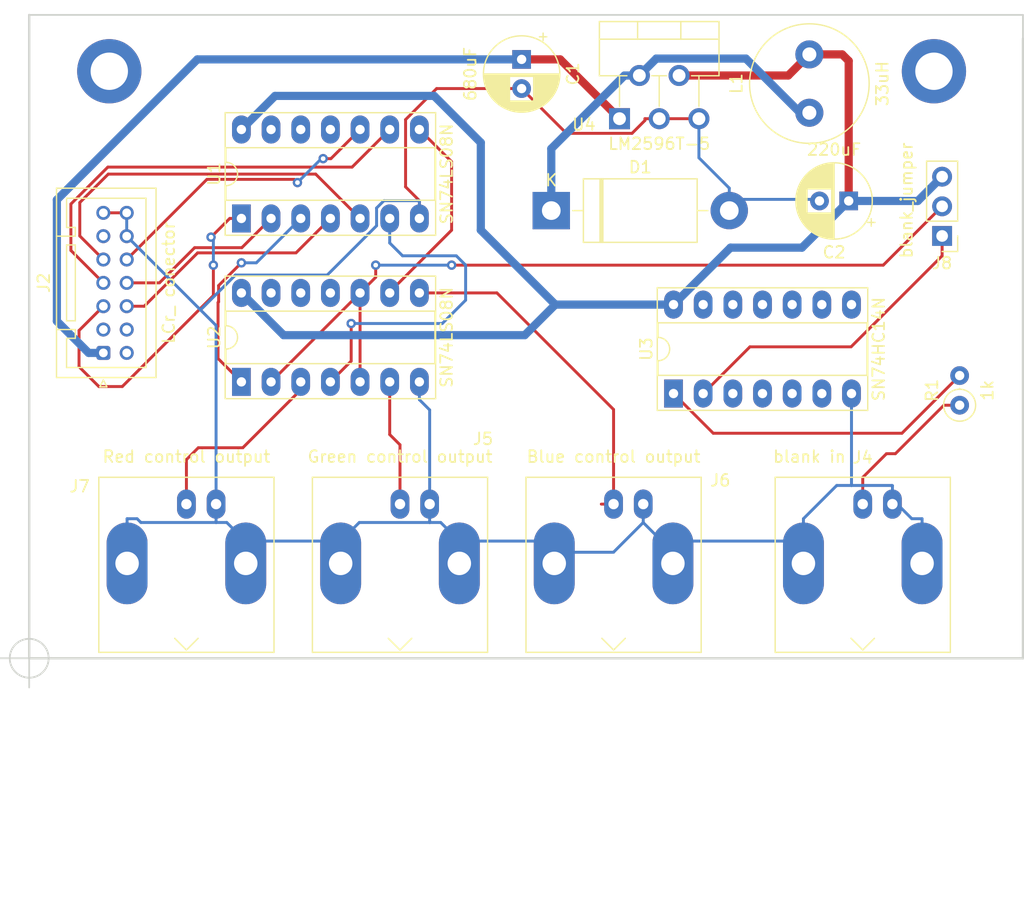
<source format=kicad_pcb>
(kicad_pcb (version 20171130) (host pcbnew "(5.1.12)-1")

  (general
    (thickness 1.6)
    (drawings 9)
    (tracks 209)
    (zones 0)
    (modules 17)
    (nets 22)
  )

  (page A4)
  (layers
    (0 F.Cu signal)
    (31 B.Cu signal)
    (32 B.Adhes user hide)
    (33 F.Adhes user hide)
    (34 B.Paste user hide)
    (35 F.Paste user hide)
    (36 B.SilkS user hide)
    (37 F.SilkS user hide)
    (38 B.Mask user hide)
    (39 F.Mask user hide)
    (40 Dwgs.User user hide)
    (41 Cmts.User user hide)
    (42 Eco1.User user hide)
    (43 Eco2.User user hide)
    (44 Edge.Cuts user)
    (45 Margin user hide)
    (46 B.CrtYd user hide)
    (47 F.CrtYd user hide)
    (48 B.Fab user hide)
    (49 F.Fab user hide)
  )

  (setup
    (last_trace_width 0.25)
    (user_trace_width 0.7)
    (trace_clearance 0.2)
    (zone_clearance 0.508)
    (zone_45_only no)
    (trace_min 0.2)
    (via_size 0.8)
    (via_drill 0.4)
    (via_min_size 0.4)
    (via_min_drill 0.3)
    (uvia_size 0.3)
    (uvia_drill 0.1)
    (uvias_allowed no)
    (uvia_min_size 0.2)
    (uvia_min_drill 0.1)
    (edge_width 0.15)
    (segment_width 0.2)
    (pcb_text_width 0.3)
    (pcb_text_size 1.5 1.5)
    (mod_edge_width 0.15)
    (mod_text_size 1 1)
    (mod_text_width 0.15)
    (pad_size 1.524 1.524)
    (pad_drill 0.762)
    (pad_to_mask_clearance 0)
    (aux_axis_origin 36.83 106.68)
    (grid_origin 36.83 106.68)
    (visible_elements 7FFFFFFF)
    (pcbplotparams
      (layerselection 0x3ffff_ffffffff)
      (usegerberextensions false)
      (usegerberattributes false)
      (usegerberadvancedattributes false)
      (creategerberjobfile false)
      (excludeedgelayer true)
      (linewidth 0.100000)
      (plotframeref false)
      (viasonmask false)
      (mode 1)
      (useauxorigin false)
      (hpglpennumber 1)
      (hpglpenspeed 20)
      (hpglpendiameter 15.000000)
      (psnegative false)
      (psa4output false)
      (plotreference true)
      (plotvalue true)
      (plotinvisibletext false)
      (padsonsilk false)
      (subtractmaskfromsilk false)
      (outputformat 1)
      (mirror false)
      (drillshape 0)
      (scaleselection 1)
      (outputdirectory "gerber/"))
  )

  (net 0 "")
  (net 1 GND)
  (net 2 "Net-(D1-Pad1)")
  (net 3 +12V)
  (net 4 "Net-(J5-Pad1)")
  (net 5 "Net-(J6-Pad1)")
  (net 6 "Net-(J7-Pad1)")
  (net 7 "Net-(U3-Pad4)")
  (net 8 "Net-(J4-Pad1)")
  (net 9 "Net-(R1-Pad2)")
  (net 10 +5V)
  (net 11 red_sig1)
  (net 12 blue_sig1)
  (net 13 green_sig2)
  (net 14 green_sig1)
  (net 15 red_sig2)
  (net 16 blue_sig2)
  (net 17 inverted_blank)
  (net 18 inv_blank-or-5V-input)
  (net 19 "Net-(U1-Pad8)")
  (net 20 "Net-(U1-Pad3)")
  (net 21 "Net-(U1-Pad6)")

  (net_class Default "This is the default net class."
    (clearance 0.2)
    (trace_width 0.25)
    (via_dia 0.8)
    (via_drill 0.4)
    (uvia_dia 0.3)
    (uvia_drill 0.1)
    (add_net +12V)
    (add_net +5V)
    (add_net GND)
    (add_net "Net-(D1-Pad1)")
    (add_net "Net-(J4-Pad1)")
    (add_net "Net-(J5-Pad1)")
    (add_net "Net-(J6-Pad1)")
    (add_net "Net-(J7-Pad1)")
    (add_net "Net-(R1-Pad2)")
    (add_net "Net-(U1-Pad3)")
    (add_net "Net-(U1-Pad6)")
    (add_net "Net-(U1-Pad8)")
    (add_net "Net-(U3-Pad4)")
    (add_net blue_sig1)
    (add_net blue_sig2)
    (add_net green_sig1)
    (add_net green_sig2)
    (add_net inv_blank-or-5V-input)
    (add_net inverted_blank)
    (add_net red_sig1)
    (add_net red_sig2)
  )

  (module Capacitor_THT:CP_Radial_D6.3mm_P2.50mm (layer F.Cu) (tedit 5C44FBA1) (tstamp 5CA42945)
    (at 78.994 55.372 270)
    (descr "CP, Radial series, Radial, pin pitch=2.50mm, , diameter=6.3mm, Electrolytic Capacitor")
    (tags "CP Radial series Radial pin pitch 2.50mm  diameter 6.3mm Electrolytic Capacitor")
    (path /5C419545)
    (fp_text reference C1 (at 1.25 -4.4 270) (layer F.SilkS)
      (effects (font (size 1 1) (thickness 0.15)))
    )
    (fp_text value 680uF (at 1.25 4.4 270) (layer F.SilkS)
      (effects (font (size 1 1) (thickness 0.15)))
    )
    (fp_circle (center 1.25 0) (end 4.4 0) (layer F.Fab) (width 0.1))
    (fp_circle (center 1.25 0) (end 4.52 0) (layer F.SilkS) (width 0.12))
    (fp_circle (center 1.25 0) (end 4.65 0) (layer F.CrtYd) (width 0.05))
    (fp_line (start -1.443972 -1.3735) (end -0.813972 -1.3735) (layer F.Fab) (width 0.1))
    (fp_line (start -1.128972 -1.6885) (end -1.128972 -1.0585) (layer F.Fab) (width 0.1))
    (fp_line (start 1.25 -3.23) (end 1.25 3.23) (layer F.SilkS) (width 0.12))
    (fp_line (start 1.29 -3.23) (end 1.29 3.23) (layer F.SilkS) (width 0.12))
    (fp_line (start 1.33 -3.23) (end 1.33 3.23) (layer F.SilkS) (width 0.12))
    (fp_line (start 1.37 -3.228) (end 1.37 3.228) (layer F.SilkS) (width 0.12))
    (fp_line (start 1.41 -3.227) (end 1.41 3.227) (layer F.SilkS) (width 0.12))
    (fp_line (start 1.45 -3.224) (end 1.45 3.224) (layer F.SilkS) (width 0.12))
    (fp_line (start 1.49 -3.222) (end 1.49 -1.04) (layer F.SilkS) (width 0.12))
    (fp_line (start 1.49 1.04) (end 1.49 3.222) (layer F.SilkS) (width 0.12))
    (fp_line (start 1.53 -3.218) (end 1.53 -1.04) (layer F.SilkS) (width 0.12))
    (fp_line (start 1.53 1.04) (end 1.53 3.218) (layer F.SilkS) (width 0.12))
    (fp_line (start 1.57 -3.215) (end 1.57 -1.04) (layer F.SilkS) (width 0.12))
    (fp_line (start 1.57 1.04) (end 1.57 3.215) (layer F.SilkS) (width 0.12))
    (fp_line (start 1.61 -3.211) (end 1.61 -1.04) (layer F.SilkS) (width 0.12))
    (fp_line (start 1.61 1.04) (end 1.61 3.211) (layer F.SilkS) (width 0.12))
    (fp_line (start 1.65 -3.206) (end 1.65 -1.04) (layer F.SilkS) (width 0.12))
    (fp_line (start 1.65 1.04) (end 1.65 3.206) (layer F.SilkS) (width 0.12))
    (fp_line (start 1.69 -3.201) (end 1.69 -1.04) (layer F.SilkS) (width 0.12))
    (fp_line (start 1.69 1.04) (end 1.69 3.201) (layer F.SilkS) (width 0.12))
    (fp_line (start 1.73 -3.195) (end 1.73 -1.04) (layer F.SilkS) (width 0.12))
    (fp_line (start 1.73 1.04) (end 1.73 3.195) (layer F.SilkS) (width 0.12))
    (fp_line (start 1.77 -3.189) (end 1.77 -1.04) (layer F.SilkS) (width 0.12))
    (fp_line (start 1.77 1.04) (end 1.77 3.189) (layer F.SilkS) (width 0.12))
    (fp_line (start 1.81 -3.182) (end 1.81 -1.04) (layer F.SilkS) (width 0.12))
    (fp_line (start 1.81 1.04) (end 1.81 3.182) (layer F.SilkS) (width 0.12))
    (fp_line (start 1.85 -3.175) (end 1.85 -1.04) (layer F.SilkS) (width 0.12))
    (fp_line (start 1.85 1.04) (end 1.85 3.175) (layer F.SilkS) (width 0.12))
    (fp_line (start 1.89 -3.167) (end 1.89 -1.04) (layer F.SilkS) (width 0.12))
    (fp_line (start 1.89 1.04) (end 1.89 3.167) (layer F.SilkS) (width 0.12))
    (fp_line (start 1.93 -3.159) (end 1.93 -1.04) (layer F.SilkS) (width 0.12))
    (fp_line (start 1.93 1.04) (end 1.93 3.159) (layer F.SilkS) (width 0.12))
    (fp_line (start 1.971 -3.15) (end 1.971 -1.04) (layer F.SilkS) (width 0.12))
    (fp_line (start 1.971 1.04) (end 1.971 3.15) (layer F.SilkS) (width 0.12))
    (fp_line (start 2.011 -3.141) (end 2.011 -1.04) (layer F.SilkS) (width 0.12))
    (fp_line (start 2.011 1.04) (end 2.011 3.141) (layer F.SilkS) (width 0.12))
    (fp_line (start 2.051 -3.131) (end 2.051 -1.04) (layer F.SilkS) (width 0.12))
    (fp_line (start 2.051 1.04) (end 2.051 3.131) (layer F.SilkS) (width 0.12))
    (fp_line (start 2.091 -3.121) (end 2.091 -1.04) (layer F.SilkS) (width 0.12))
    (fp_line (start 2.091 1.04) (end 2.091 3.121) (layer F.SilkS) (width 0.12))
    (fp_line (start 2.131 -3.11) (end 2.131 -1.04) (layer F.SilkS) (width 0.12))
    (fp_line (start 2.131 1.04) (end 2.131 3.11) (layer F.SilkS) (width 0.12))
    (fp_line (start 2.171 -3.098) (end 2.171 -1.04) (layer F.SilkS) (width 0.12))
    (fp_line (start 2.171 1.04) (end 2.171 3.098) (layer F.SilkS) (width 0.12))
    (fp_line (start 2.211 -3.086) (end 2.211 -1.04) (layer F.SilkS) (width 0.12))
    (fp_line (start 2.211 1.04) (end 2.211 3.086) (layer F.SilkS) (width 0.12))
    (fp_line (start 2.251 -3.074) (end 2.251 -1.04) (layer F.SilkS) (width 0.12))
    (fp_line (start 2.251 1.04) (end 2.251 3.074) (layer F.SilkS) (width 0.12))
    (fp_line (start 2.291 -3.061) (end 2.291 -1.04) (layer F.SilkS) (width 0.12))
    (fp_line (start 2.291 1.04) (end 2.291 3.061) (layer F.SilkS) (width 0.12))
    (fp_line (start 2.331 -3.047) (end 2.331 -1.04) (layer F.SilkS) (width 0.12))
    (fp_line (start 2.331 1.04) (end 2.331 3.047) (layer F.SilkS) (width 0.12))
    (fp_line (start 2.371 -3.033) (end 2.371 -1.04) (layer F.SilkS) (width 0.12))
    (fp_line (start 2.371 1.04) (end 2.371 3.033) (layer F.SilkS) (width 0.12))
    (fp_line (start 2.411 -3.018) (end 2.411 -1.04) (layer F.SilkS) (width 0.12))
    (fp_line (start 2.411 1.04) (end 2.411 3.018) (layer F.SilkS) (width 0.12))
    (fp_line (start 2.451 -3.002) (end 2.451 -1.04) (layer F.SilkS) (width 0.12))
    (fp_line (start 2.451 1.04) (end 2.451 3.002) (layer F.SilkS) (width 0.12))
    (fp_line (start 2.491 -2.986) (end 2.491 -1.04) (layer F.SilkS) (width 0.12))
    (fp_line (start 2.491 1.04) (end 2.491 2.986) (layer F.SilkS) (width 0.12))
    (fp_line (start 2.531 -2.97) (end 2.531 -1.04) (layer F.SilkS) (width 0.12))
    (fp_line (start 2.531 1.04) (end 2.531 2.97) (layer F.SilkS) (width 0.12))
    (fp_line (start 2.571 -2.952) (end 2.571 -1.04) (layer F.SilkS) (width 0.12))
    (fp_line (start 2.571 1.04) (end 2.571 2.952) (layer F.SilkS) (width 0.12))
    (fp_line (start 2.611 -2.934) (end 2.611 -1.04) (layer F.SilkS) (width 0.12))
    (fp_line (start 2.611 1.04) (end 2.611 2.934) (layer F.SilkS) (width 0.12))
    (fp_line (start 2.651 -2.916) (end 2.651 -1.04) (layer F.SilkS) (width 0.12))
    (fp_line (start 2.651 1.04) (end 2.651 2.916) (layer F.SilkS) (width 0.12))
    (fp_line (start 2.691 -2.896) (end 2.691 -1.04) (layer F.SilkS) (width 0.12))
    (fp_line (start 2.691 1.04) (end 2.691 2.896) (layer F.SilkS) (width 0.12))
    (fp_line (start 2.731 -2.876) (end 2.731 -1.04) (layer F.SilkS) (width 0.12))
    (fp_line (start 2.731 1.04) (end 2.731 2.876) (layer F.SilkS) (width 0.12))
    (fp_line (start 2.771 -2.856) (end 2.771 -1.04) (layer F.SilkS) (width 0.12))
    (fp_line (start 2.771 1.04) (end 2.771 2.856) (layer F.SilkS) (width 0.12))
    (fp_line (start 2.811 -2.834) (end 2.811 -1.04) (layer F.SilkS) (width 0.12))
    (fp_line (start 2.811 1.04) (end 2.811 2.834) (layer F.SilkS) (width 0.12))
    (fp_line (start 2.851 -2.812) (end 2.851 -1.04) (layer F.SilkS) (width 0.12))
    (fp_line (start 2.851 1.04) (end 2.851 2.812) (layer F.SilkS) (width 0.12))
    (fp_line (start 2.891 -2.79) (end 2.891 -1.04) (layer F.SilkS) (width 0.12))
    (fp_line (start 2.891 1.04) (end 2.891 2.79) (layer F.SilkS) (width 0.12))
    (fp_line (start 2.931 -2.766) (end 2.931 -1.04) (layer F.SilkS) (width 0.12))
    (fp_line (start 2.931 1.04) (end 2.931 2.766) (layer F.SilkS) (width 0.12))
    (fp_line (start 2.971 -2.742) (end 2.971 -1.04) (layer F.SilkS) (width 0.12))
    (fp_line (start 2.971 1.04) (end 2.971 2.742) (layer F.SilkS) (width 0.12))
    (fp_line (start 3.011 -2.716) (end 3.011 -1.04) (layer F.SilkS) (width 0.12))
    (fp_line (start 3.011 1.04) (end 3.011 2.716) (layer F.SilkS) (width 0.12))
    (fp_line (start 3.051 -2.69) (end 3.051 -1.04) (layer F.SilkS) (width 0.12))
    (fp_line (start 3.051 1.04) (end 3.051 2.69) (layer F.SilkS) (width 0.12))
    (fp_line (start 3.091 -2.664) (end 3.091 -1.04) (layer F.SilkS) (width 0.12))
    (fp_line (start 3.091 1.04) (end 3.091 2.664) (layer F.SilkS) (width 0.12))
    (fp_line (start 3.131 -2.636) (end 3.131 -1.04) (layer F.SilkS) (width 0.12))
    (fp_line (start 3.131 1.04) (end 3.131 2.636) (layer F.SilkS) (width 0.12))
    (fp_line (start 3.171 -2.607) (end 3.171 -1.04) (layer F.SilkS) (width 0.12))
    (fp_line (start 3.171 1.04) (end 3.171 2.607) (layer F.SilkS) (width 0.12))
    (fp_line (start 3.211 -2.578) (end 3.211 -1.04) (layer F.SilkS) (width 0.12))
    (fp_line (start 3.211 1.04) (end 3.211 2.578) (layer F.SilkS) (width 0.12))
    (fp_line (start 3.251 -2.548) (end 3.251 -1.04) (layer F.SilkS) (width 0.12))
    (fp_line (start 3.251 1.04) (end 3.251 2.548) (layer F.SilkS) (width 0.12))
    (fp_line (start 3.291 -2.516) (end 3.291 -1.04) (layer F.SilkS) (width 0.12))
    (fp_line (start 3.291 1.04) (end 3.291 2.516) (layer F.SilkS) (width 0.12))
    (fp_line (start 3.331 -2.484) (end 3.331 -1.04) (layer F.SilkS) (width 0.12))
    (fp_line (start 3.331 1.04) (end 3.331 2.484) (layer F.SilkS) (width 0.12))
    (fp_line (start 3.371 -2.45) (end 3.371 -1.04) (layer F.SilkS) (width 0.12))
    (fp_line (start 3.371 1.04) (end 3.371 2.45) (layer F.SilkS) (width 0.12))
    (fp_line (start 3.411 -2.416) (end 3.411 -1.04) (layer F.SilkS) (width 0.12))
    (fp_line (start 3.411 1.04) (end 3.411 2.416) (layer F.SilkS) (width 0.12))
    (fp_line (start 3.451 -2.38) (end 3.451 -1.04) (layer F.SilkS) (width 0.12))
    (fp_line (start 3.451 1.04) (end 3.451 2.38) (layer F.SilkS) (width 0.12))
    (fp_line (start 3.491 -2.343) (end 3.491 -1.04) (layer F.SilkS) (width 0.12))
    (fp_line (start 3.491 1.04) (end 3.491 2.343) (layer F.SilkS) (width 0.12))
    (fp_line (start 3.531 -2.305) (end 3.531 -1.04) (layer F.SilkS) (width 0.12))
    (fp_line (start 3.531 1.04) (end 3.531 2.305) (layer F.SilkS) (width 0.12))
    (fp_line (start 3.571 -2.265) (end 3.571 2.265) (layer F.SilkS) (width 0.12))
    (fp_line (start 3.611 -2.224) (end 3.611 2.224) (layer F.SilkS) (width 0.12))
    (fp_line (start 3.651 -2.182) (end 3.651 2.182) (layer F.SilkS) (width 0.12))
    (fp_line (start 3.691 -2.137) (end 3.691 2.137) (layer F.SilkS) (width 0.12))
    (fp_line (start 3.731 -2.092) (end 3.731 2.092) (layer F.SilkS) (width 0.12))
    (fp_line (start 3.771 -2.044) (end 3.771 2.044) (layer F.SilkS) (width 0.12))
    (fp_line (start 3.811 -1.995) (end 3.811 1.995) (layer F.SilkS) (width 0.12))
    (fp_line (start 3.851 -1.944) (end 3.851 1.944) (layer F.SilkS) (width 0.12))
    (fp_line (start 3.891 -1.89) (end 3.891 1.89) (layer F.SilkS) (width 0.12))
    (fp_line (start 3.931 -1.834) (end 3.931 1.834) (layer F.SilkS) (width 0.12))
    (fp_line (start 3.971 -1.776) (end 3.971 1.776) (layer F.SilkS) (width 0.12))
    (fp_line (start 4.011 -1.714) (end 4.011 1.714) (layer F.SilkS) (width 0.12))
    (fp_line (start 4.051 -1.65) (end 4.051 1.65) (layer F.SilkS) (width 0.12))
    (fp_line (start 4.091 -1.581) (end 4.091 1.581) (layer F.SilkS) (width 0.12))
    (fp_line (start 4.131 -1.509) (end 4.131 1.509) (layer F.SilkS) (width 0.12))
    (fp_line (start 4.171 -1.432) (end 4.171 1.432) (layer F.SilkS) (width 0.12))
    (fp_line (start 4.211 -1.35) (end 4.211 1.35) (layer F.SilkS) (width 0.12))
    (fp_line (start 4.251 -1.262) (end 4.251 1.262) (layer F.SilkS) (width 0.12))
    (fp_line (start 4.291 -1.165) (end 4.291 1.165) (layer F.SilkS) (width 0.12))
    (fp_line (start 4.331 -1.059) (end 4.331 1.059) (layer F.SilkS) (width 0.12))
    (fp_line (start 4.371 -0.94) (end 4.371 0.94) (layer F.SilkS) (width 0.12))
    (fp_line (start 4.411 -0.802) (end 4.411 0.802) (layer F.SilkS) (width 0.12))
    (fp_line (start 4.451 -0.633) (end 4.451 0.633) (layer F.SilkS) (width 0.12))
    (fp_line (start 4.491 -0.402) (end 4.491 0.402) (layer F.SilkS) (width 0.12))
    (fp_line (start -2.250241 -1.839) (end -1.620241 -1.839) (layer F.SilkS) (width 0.12))
    (fp_line (start -1.935241 -2.154) (end -1.935241 -1.524) (layer F.SilkS) (width 0.12))
    (fp_text user %R (at 1.25 0 270) (layer F.Fab)
      (effects (font (size 1 1) (thickness 0.15)))
    )
    (pad 2 thru_hole circle (at 2.5 0 270) (size 1.6 1.6) (drill 0.8) (layers *.Cu *.Mask)
      (net 1 GND))
    (pad 1 thru_hole rect (at 0 0 270) (size 1.6 1.6) (drill 0.8) (layers *.Cu *.Mask)
      (net 3 +12V))
    (model ${KISYS3DMOD}/Capacitor_THT.3dshapes/CP_Radial_D6.3mm_P2.50mm.wrl
      (at (xyz 0 0 0))
      (scale (xyz 1 1 1))
      (rotate (xyz 0 0 0))
    )
  )

  (module Connector_JST:JST_PUD_B14B-PUDSS_2x07_P2.00mm_Vertical (layer F.Cu) (tedit 5C44FAF3) (tstamp 5CA42A4F)
    (at 43.18 80.518 90)
    (descr "JST PUD series connector, B14B-PUDSS (http://www.jst-mfg.com/product/pdf/eng/ePUD.pdf), generated with kicad-footprint-generator")
    (tags "connector JST PUD side entry")
    (path /5C41A119)
    (fp_text reference J2 (at 6 -5.1 90) (layer F.SilkS)
      (effects (font (size 1 1) (thickness 0.15)))
    )
    (fp_text value "LCr_ conector" (at 6 5.6 90) (layer F.SilkS)
      (effects (font (size 1 1) (thickness 0.15)))
    )
    (fp_line (start -1.292893 0) (end -2 -0.5) (layer F.Fab) (width 0.1))
    (fp_line (start -2 0.5) (end -1.292893 0) (layer F.Fab) (width 0.1))
    (fp_line (start -2.91 -0.3) (end -2.31 0) (layer F.SilkS) (width 0.12))
    (fp_line (start -2.91 0.3) (end -2.91 -0.3) (layer F.SilkS) (width 0.12))
    (fp_line (start -2.31 0) (end -2.91 0.3) (layer F.SilkS) (width 0.12))
    (fp_line (start 14.11 -4.01) (end -2.11 -4.01) (layer F.SilkS) (width 0.12))
    (fp_line (start 14.11 4.51) (end 14.11 -4.01) (layer F.SilkS) (width 0.12))
    (fp_line (start -2.11 4.51) (end 14.11 4.51) (layer F.SilkS) (width 0.12))
    (fp_line (start -2.11 -4.01) (end -2.11 4.51) (layer F.SilkS) (width 0.12))
    (fp_line (start 13.25 3.65) (end 6 3.65) (layer F.SilkS) (width 0.12))
    (fp_line (start 13.25 -3.15) (end 13.25 3.65) (layer F.SilkS) (width 0.12))
    (fp_line (start 10.75 -3.15) (end 13.25 -3.15) (layer F.SilkS) (width 0.12))
    (fp_line (start 10.75 -2.4) (end 10.75 -3.15) (layer F.SilkS) (width 0.12))
    (fp_line (start 10 -2.4) (end 10.75 -2.4) (layer F.SilkS) (width 0.12))
    (fp_line (start 10 -4.01) (end 10 -2.4) (layer F.SilkS) (width 0.12))
    (fp_line (start -1.25 3.65) (end 6 3.65) (layer F.SilkS) (width 0.12))
    (fp_line (start -1.25 -3.15) (end -1.25 3.65) (layer F.SilkS) (width 0.12))
    (fp_line (start 1.25 -3.15) (end -1.25 -3.15) (layer F.SilkS) (width 0.12))
    (fp_line (start 1.25 -2.4) (end 1.25 -3.15) (layer F.SilkS) (width 0.12))
    (fp_line (start 2 -2.4) (end 1.25 -2.4) (layer F.SilkS) (width 0.12))
    (fp_line (start 2 -4.01) (end 2 -2.4) (layer F.SilkS) (width 0.12))
    (fp_line (start 14.5 -4.4) (end -2.5 -4.4) (layer F.CrtYd) (width 0.05))
    (fp_line (start 14.5 4.9) (end 14.5 -4.4) (layer F.CrtYd) (width 0.05))
    (fp_line (start -2.5 4.9) (end 14.5 4.9) (layer F.CrtYd) (width 0.05))
    (fp_line (start -2.5 -4.4) (end -2.5 4.9) (layer F.CrtYd) (width 0.05))
    (fp_line (start 9.25 -3.15) (end 2.75 -3.15) (layer F.SilkS) (width 0.12))
    (fp_line (start 9.25 -2.4) (end 9.25 -3.15) (layer F.SilkS) (width 0.12))
    (fp_line (start 2.75 -2.4) (end 9.25 -2.4) (layer F.SilkS) (width 0.12))
    (fp_line (start 2.75 -3.15) (end 2.75 -2.4) (layer F.SilkS) (width 0.12))
    (fp_line (start 14 -3.9) (end -2 -3.9) (layer F.Fab) (width 0.1))
    (fp_line (start 14 4.4) (end 14 -3.9) (layer F.Fab) (width 0.1))
    (fp_line (start -2 4.4) (end 14 4.4) (layer F.Fab) (width 0.1))
    (fp_line (start -2 -3.9) (end -2 4.4) (layer F.Fab) (width 0.1))
    (fp_text user %R (at 6 -3.2 90) (layer F.Fab)
      (effects (font (size 1 1) (thickness 0.15)))
    )
    (pad 1 thru_hole roundrect (at 0 0 90) (size 1.2 1.2) (drill 0.75) (layers *.Cu *.Mask) (roundrect_rratio 0.2083325)
      (net 3 +12V))
    (pad 3 thru_hole circle (at 2 0 90) (size 1.2 1.2) (drill 0.75) (layers *.Cu *.Mask))
    (pad 5 thru_hole circle (at 4 0 90) (size 1.2 1.2) (drill 0.75) (layers *.Cu *.Mask)
      (net 11 red_sig1))
    (pad 7 thru_hole circle (at 6 0 90) (size 1.2 1.2) (drill 0.75) (layers *.Cu *.Mask)
      (net 12 blue_sig1))
    (pad 9 thru_hole circle (at 8 0 90) (size 1.2 1.2) (drill 0.75) (layers *.Cu *.Mask)
      (net 13 green_sig2))
    (pad 11 thru_hole circle (at 10 0 90) (size 1.2 1.2) (drill 0.75) (layers *.Cu *.Mask))
    (pad 13 thru_hole circle (at 12 0 90) (size 1.2 1.2) (drill 0.75) (layers *.Cu *.Mask)
      (net 1 GND))
    (pad 2 thru_hole circle (at 0 2 90) (size 1.2 1.2) (drill 0.75) (layers *.Cu *.Mask))
    (pad 4 thru_hole circle (at 2 2 90) (size 1.2 1.2) (drill 0.75) (layers *.Cu *.Mask))
    (pad 6 thru_hole circle (at 4 2 90) (size 1.2 1.2) (drill 0.75) (layers *.Cu *.Mask)
      (net 14 green_sig1))
    (pad 8 thru_hole circle (at 6 2 90) (size 1.2 1.2) (drill 0.75) (layers *.Cu *.Mask)
      (net 15 red_sig2))
    (pad 10 thru_hole circle (at 8 2 90) (size 1.2 1.2) (drill 0.75) (layers *.Cu *.Mask)
      (net 16 blue_sig2))
    (pad 12 thru_hole circle (at 10 2 90) (size 1.2 1.2) (drill 0.75) (layers *.Cu *.Mask)
      (net 1 GND))
    (pad 14 thru_hole circle (at 12 2 90) (size 1.2 1.2) (drill 0.75) (layers *.Cu *.Mask)
      (net 1 GND))
    (model ${KISYS3DMOD}/Connector_JST.3dshapes/JST_PUD_B14B-PUDSS_2x07_P2.00mm_Vertical.wrl
      (at (xyz 0 0 0))
      (scale (xyz 1 1 1))
      (rotate (xyz 0 0 0))
    )
  )

  (module MountingHole:MountingHole_3.2mm_M3_ISO14580_Pad (layer F.Cu) (tedit 5C81603D) (tstamp 5C99583D)
    (at 114.3 56.388)
    (descr "Mounting Hole 3.2mm, M3, ISO14580")
    (tags "mounting hole 3.2mm m3 iso14580")
    (attr virtual)
    (fp_text reference REF**_2 (at 0 -3.75) (layer F.SilkS) hide
      (effects (font (size 1 1) (thickness 0.15)))
    )
    (fp_text value MountingHole_3.2mm_M3_ISO14580_Pad (at 0 3.75) (layer F.Fab)
      (effects (font (size 1 1) (thickness 0.15)))
    )
    (fp_circle (center 0 0) (end 2.75 0) (layer Cmts.User) (width 0.15))
    (fp_circle (center 0 0) (end 3 0) (layer F.CrtYd) (width 0.05))
    (fp_text user %R (at 0.3 0) (layer F.Fab)
      (effects (font (size 1 1) (thickness 0.15)))
    )
    (pad 1 thru_hole circle (at 0 0) (size 5.5 5.5) (drill 3.2) (layers *.Cu *.Mask))
  )

  (module MountingHole:MountingHole_3.2mm_M3_ISO14580_Pad (layer F.Cu) (tedit 5C816057) (tstamp 5C99582F)
    (at 43.688 56.388)
    (descr "Mounting Hole 3.2mm, M3, ISO14580")
    (tags "mounting hole 3.2mm m3 iso14580")
    (attr virtual)
    (fp_text reference REF** (at 0 -3.75) (layer F.SilkS) hide
      (effects (font (size 1 1) (thickness 0.15)))
    )
    (fp_text value MountingHole_3.2mm_M3_ISO14580_Pad (at 0 3.75) (layer F.Fab)
      (effects (font (size 1 1) (thickness 0.15)))
    )
    (fp_circle (center 0 0) (end 3 0) (layer F.CrtYd) (width 0.05))
    (fp_circle (center 0 0) (end 2.75 0) (layer Cmts.User) (width 0.15))
    (fp_text user %R (at 0.3 0) (layer F.Fab)
      (effects (font (size 1 1) (thickness 0.15)))
    )
    (pad 1 thru_hole circle (at 0 0) (size 5.5 5.5) (drill 3.2) (layers *.Cu *.Mask))
  )

  (module Package_TO_SOT_THT:TO-220-5_P3.4x3.7mm_StaggerOdd_Lead3.8mm_Vertical (layer F.Cu) (tedit 5C44FB1B) (tstamp 5CA42B69)
    (at 87.376 60.452)
    (descr "TO-220-5, Vertical, RM 1.7mm, Pentawatt, Multiwatt-5, staggered type-1, see http://www.analog.com/media/en/package-pcb-resources/package/pkg_pdf/ltc-legacy-to-220/to-220_5_05-08-1421.pdf?domain=www.linear.com, https://www.diodes.com/assets/Package-Files/TO220-5.pdf")
    (tags "TO-220-5 Vertical RM 1.7mm Pentawatt Multiwatt-5 staggered type-1")
    (path /5C419453)
    (fp_text reference U4 (at -3.048 0.508) (layer F.SilkS)
      (effects (font (size 1 1) (thickness 0.15)))
    )
    (fp_text value LM2596T-5 (at 3.4 2.15) (layer F.SilkS)
      (effects (font (size 1 1) (thickness 0.15)))
    )
    (fp_line (start 8.65 -8.45) (end -1.85 -8.45) (layer F.CrtYd) (width 0.05))
    (fp_line (start 8.65 1.15) (end 8.65 -8.45) (layer F.CrtYd) (width 0.05))
    (fp_line (start -1.85 1.15) (end 8.65 1.15) (layer F.CrtYd) (width 0.05))
    (fp_line (start -1.85 -8.45) (end -1.85 1.15) (layer F.CrtYd) (width 0.05))
    (fp_line (start 6.8 -3.679) (end 6.8 -1.065) (layer F.SilkS) (width 0.12))
    (fp_line (start 3.4 -3.679) (end 3.4 -1.065) (layer F.SilkS) (width 0.12))
    (fp_line (start 0 -3.679) (end 0 -1.049) (layer F.SilkS) (width 0.12))
    (fp_line (start 5.25 -8.32) (end 5.25 -6.811) (layer F.SilkS) (width 0.12))
    (fp_line (start 1.55 -8.32) (end 1.55 -6.811) (layer F.SilkS) (width 0.12))
    (fp_line (start -1.721 -6.811) (end 8.52 -6.811) (layer F.SilkS) (width 0.12))
    (fp_line (start 8.52 -8.32) (end 8.52 -3.679) (layer F.SilkS) (width 0.12))
    (fp_line (start -1.721 -8.32) (end -1.721 -3.679) (layer F.SilkS) (width 0.12))
    (fp_line (start 6.165 -3.679) (end 8.52 -3.679) (layer F.SilkS) (width 0.12))
    (fp_line (start 2.765 -3.679) (end 4.035 -3.679) (layer F.SilkS) (width 0.12))
    (fp_line (start -1.721 -3.679) (end 0.635 -3.679) (layer F.SilkS) (width 0.12))
    (fp_line (start -1.721 -8.32) (end 8.52 -8.32) (layer F.SilkS) (width 0.12))
    (fp_line (start 6.8 -3.8) (end 6.8 0) (layer F.Fab) (width 0.1))
    (fp_line (start 5.1 -3.8) (end 5.1 -3.7) (layer F.Fab) (width 0.1))
    (fp_line (start 3.4 -3.8) (end 3.4 0) (layer F.Fab) (width 0.1))
    (fp_line (start 1.7 -3.8) (end 1.7 -3.7) (layer F.Fab) (width 0.1))
    (fp_line (start 0 -3.8) (end 0 0) (layer F.Fab) (width 0.1))
    (fp_line (start 5.25 -8.2) (end 5.25 -6.93) (layer F.Fab) (width 0.1))
    (fp_line (start 1.55 -8.2) (end 1.55 -6.93) (layer F.Fab) (width 0.1))
    (fp_line (start -1.6 -6.93) (end 8.4 -6.93) (layer F.Fab) (width 0.1))
    (fp_line (start 8.4 -8.2) (end -1.6 -8.2) (layer F.Fab) (width 0.1))
    (fp_line (start 8.4 -3.8) (end 8.4 -8.2) (layer F.Fab) (width 0.1))
    (fp_line (start -1.6 -3.8) (end 8.4 -3.8) (layer F.Fab) (width 0.1))
    (fp_line (start -1.6 -8.2) (end -1.6 -3.8) (layer F.Fab) (width 0.1))
    (fp_text user %R (at 3.4 -9.32) (layer F.Fab)
      (effects (font (size 1 1) (thickness 0.15)))
    )
    (pad 1 thru_hole rect (at 0 0) (size 1.8 1.8) (drill 1.1) (layers *.Cu *.Mask)
      (net 3 +12V))
    (pad 2 thru_hole oval (at 1.7 -3.7) (size 1.8 1.8) (drill 1.1) (layers *.Cu *.Mask)
      (net 2 "Net-(D1-Pad1)"))
    (pad 3 thru_hole oval (at 3.4 0) (size 1.8 1.8) (drill 1.1) (layers *.Cu *.Mask)
      (net 1 GND))
    (pad 4 thru_hole oval (at 5.1 -3.7) (size 1.8 1.8) (drill 1.1) (layers *.Cu *.Mask)
      (net 10 +5V))
    (pad 5 thru_hole oval (at 6.8 0) (size 1.8 1.8) (drill 1.1) (layers *.Cu *.Mask)
      (net 1 GND))
    (model ${KISYS3DMOD}/Package_TO_SOT_THT.3dshapes/TO-220-5_P3.4x3.7mm_StaggerOdd_Lead3.8mm_Vertical.wrl
      (at (xyz 0 0 0))
      (scale (xyz 1 1 1))
      (rotate (xyz 0 0 0))
    )
  )

  (module Capacitor_THT:CP_Radial_D6.3mm_P2.50mm (layer F.Cu) (tedit 5C816209) (tstamp 5CA429D9)
    (at 107 67.5 180)
    (descr "CP, Radial series, Radial, pin pitch=2.50mm, , diameter=6.3mm, Electrolytic Capacitor")
    (tags "CP Radial series Radial pin pitch 2.50mm  diameter 6.3mm Electrolytic Capacitor")
    (path /5C419597)
    (fp_text reference C2 (at 1.25 -4.4 180) (layer F.SilkS)
      (effects (font (size 1 1) (thickness 0.15)))
    )
    (fp_text value 220uF (at 1.25 4.4 180) (layer F.SilkS)
      (effects (font (size 1 1) (thickness 0.15)))
    )
    (fp_line (start -1.935241 -2.154) (end -1.935241 -1.524) (layer F.SilkS) (width 0.12))
    (fp_line (start -2.250241 -1.839) (end -1.620241 -1.839) (layer F.SilkS) (width 0.12))
    (fp_line (start 4.491 -0.402) (end 4.491 0.402) (layer F.SilkS) (width 0.12))
    (fp_line (start 4.451 -0.633) (end 4.451 0.633) (layer F.SilkS) (width 0.12))
    (fp_line (start 4.411 -0.802) (end 4.411 0.802) (layer F.SilkS) (width 0.12))
    (fp_line (start 4.371 -0.94) (end 4.371 0.94) (layer F.SilkS) (width 0.12))
    (fp_line (start 4.331 -1.059) (end 4.331 1.059) (layer F.SilkS) (width 0.12))
    (fp_line (start 4.291 -1.165) (end 4.291 1.165) (layer F.SilkS) (width 0.12))
    (fp_line (start 4.251 -1.262) (end 4.251 1.262) (layer F.SilkS) (width 0.12))
    (fp_line (start 4.211 -1.35) (end 4.211 1.35) (layer F.SilkS) (width 0.12))
    (fp_line (start 4.171 -1.432) (end 4.171 1.432) (layer F.SilkS) (width 0.12))
    (fp_line (start 4.131 -1.509) (end 4.131 1.509) (layer F.SilkS) (width 0.12))
    (fp_line (start 4.091 -1.581) (end 4.091 1.581) (layer F.SilkS) (width 0.12))
    (fp_line (start 4.051 -1.65) (end 4.051 1.65) (layer F.SilkS) (width 0.12))
    (fp_line (start 4.011 -1.714) (end 4.011 1.714) (layer F.SilkS) (width 0.12))
    (fp_line (start 3.971 -1.776) (end 3.971 1.776) (layer F.SilkS) (width 0.12))
    (fp_line (start 3.931 -1.834) (end 3.931 1.834) (layer F.SilkS) (width 0.12))
    (fp_line (start 3.891 -1.89) (end 3.891 1.89) (layer F.SilkS) (width 0.12))
    (fp_line (start 3.851 -1.944) (end 3.851 1.944) (layer F.SilkS) (width 0.12))
    (fp_line (start 3.811 -1.995) (end 3.811 1.995) (layer F.SilkS) (width 0.12))
    (fp_line (start 3.771 -2.044) (end 3.771 2.044) (layer F.SilkS) (width 0.12))
    (fp_line (start 3.731 -2.092) (end 3.731 2.092) (layer F.SilkS) (width 0.12))
    (fp_line (start 3.691 -2.137) (end 3.691 2.137) (layer F.SilkS) (width 0.12))
    (fp_line (start 3.651 -2.182) (end 3.651 2.182) (layer F.SilkS) (width 0.12))
    (fp_line (start 3.611 -2.224) (end 3.611 2.224) (layer F.SilkS) (width 0.12))
    (fp_line (start 3.571 -2.265) (end 3.571 2.265) (layer F.SilkS) (width 0.12))
    (fp_line (start 3.531 1.04) (end 3.531 2.305) (layer F.SilkS) (width 0.12))
    (fp_line (start 3.531 -2.305) (end 3.531 -1.04) (layer F.SilkS) (width 0.12))
    (fp_line (start 3.491 1.04) (end 3.491 2.343) (layer F.SilkS) (width 0.12))
    (fp_line (start 3.491 -2.343) (end 3.491 -1.04) (layer F.SilkS) (width 0.12))
    (fp_line (start 3.451 1.04) (end 3.451 2.38) (layer F.SilkS) (width 0.12))
    (fp_line (start 3.451 -2.38) (end 3.451 -1.04) (layer F.SilkS) (width 0.12))
    (fp_line (start 3.411 1.04) (end 3.411 2.416) (layer F.SilkS) (width 0.12))
    (fp_line (start 3.411 -2.416) (end 3.411 -1.04) (layer F.SilkS) (width 0.12))
    (fp_line (start 3.371 1.04) (end 3.371 2.45) (layer F.SilkS) (width 0.12))
    (fp_line (start 3.371 -2.45) (end 3.371 -1.04) (layer F.SilkS) (width 0.12))
    (fp_line (start 3.331 1.04) (end 3.331 2.484) (layer F.SilkS) (width 0.12))
    (fp_line (start 3.331 -2.484) (end 3.331 -1.04) (layer F.SilkS) (width 0.12))
    (fp_line (start 3.291 1.04) (end 3.291 2.516) (layer F.SilkS) (width 0.12))
    (fp_line (start 3.291 -2.516) (end 3.291 -1.04) (layer F.SilkS) (width 0.12))
    (fp_line (start 3.251 1.04) (end 3.251 2.548) (layer F.SilkS) (width 0.12))
    (fp_line (start 3.251 -2.548) (end 3.251 -1.04) (layer F.SilkS) (width 0.12))
    (fp_line (start 3.211 1.04) (end 3.211 2.578) (layer F.SilkS) (width 0.12))
    (fp_line (start 3.211 -2.578) (end 3.211 -1.04) (layer F.SilkS) (width 0.12))
    (fp_line (start 3.171 1.04) (end 3.171 2.607) (layer F.SilkS) (width 0.12))
    (fp_line (start 3.171 -2.607) (end 3.171 -1.04) (layer F.SilkS) (width 0.12))
    (fp_line (start 3.131 1.04) (end 3.131 2.636) (layer F.SilkS) (width 0.12))
    (fp_line (start 3.131 -2.636) (end 3.131 -1.04) (layer F.SilkS) (width 0.12))
    (fp_line (start 3.091 1.04) (end 3.091 2.664) (layer F.SilkS) (width 0.12))
    (fp_line (start 3.091 -2.664) (end 3.091 -1.04) (layer F.SilkS) (width 0.12))
    (fp_line (start 3.051 1.04) (end 3.051 2.69) (layer F.SilkS) (width 0.12))
    (fp_line (start 3.051 -2.69) (end 3.051 -1.04) (layer F.SilkS) (width 0.12))
    (fp_line (start 3.011 1.04) (end 3.011 2.716) (layer F.SilkS) (width 0.12))
    (fp_line (start 3.011 -2.716) (end 3.011 -1.04) (layer F.SilkS) (width 0.12))
    (fp_line (start 2.971 1.04) (end 2.971 2.742) (layer F.SilkS) (width 0.12))
    (fp_line (start 2.971 -2.742) (end 2.971 -1.04) (layer F.SilkS) (width 0.12))
    (fp_line (start 2.931 1.04) (end 2.931 2.766) (layer F.SilkS) (width 0.12))
    (fp_line (start 2.931 -2.766) (end 2.931 -1.04) (layer F.SilkS) (width 0.12))
    (fp_line (start 2.891 1.04) (end 2.891 2.79) (layer F.SilkS) (width 0.12))
    (fp_line (start 2.891 -2.79) (end 2.891 -1.04) (layer F.SilkS) (width 0.12))
    (fp_line (start 2.851 1.04) (end 2.851 2.812) (layer F.SilkS) (width 0.12))
    (fp_line (start 2.851 -2.812) (end 2.851 -1.04) (layer F.SilkS) (width 0.12))
    (fp_line (start 2.811 1.04) (end 2.811 2.834) (layer F.SilkS) (width 0.12))
    (fp_line (start 2.811 -2.834) (end 2.811 -1.04) (layer F.SilkS) (width 0.12))
    (fp_line (start 2.771 1.04) (end 2.771 2.856) (layer F.SilkS) (width 0.12))
    (fp_line (start 2.771 -2.856) (end 2.771 -1.04) (layer F.SilkS) (width 0.12))
    (fp_line (start 2.731 1.04) (end 2.731 2.876) (layer F.SilkS) (width 0.12))
    (fp_line (start 2.731 -2.876) (end 2.731 -1.04) (layer F.SilkS) (width 0.12))
    (fp_line (start 2.691 1.04) (end 2.691 2.896) (layer F.SilkS) (width 0.12))
    (fp_line (start 2.691 -2.896) (end 2.691 -1.04) (layer F.SilkS) (width 0.12))
    (fp_line (start 2.651 1.04) (end 2.651 2.916) (layer F.SilkS) (width 0.12))
    (fp_line (start 2.651 -2.916) (end 2.651 -1.04) (layer F.SilkS) (width 0.12))
    (fp_line (start 2.611 1.04) (end 2.611 2.934) (layer F.SilkS) (width 0.12))
    (fp_line (start 2.611 -2.934) (end 2.611 -1.04) (layer F.SilkS) (width 0.12))
    (fp_line (start 2.571 1.04) (end 2.571 2.952) (layer F.SilkS) (width 0.12))
    (fp_line (start 2.571 -2.952) (end 2.571 -1.04) (layer F.SilkS) (width 0.12))
    (fp_line (start 2.531 1.04) (end 2.531 2.97) (layer F.SilkS) (width 0.12))
    (fp_line (start 2.531 -2.97) (end 2.531 -1.04) (layer F.SilkS) (width 0.12))
    (fp_line (start 2.491 1.04) (end 2.491 2.986) (layer F.SilkS) (width 0.12))
    (fp_line (start 2.491 -2.986) (end 2.491 -1.04) (layer F.SilkS) (width 0.12))
    (fp_line (start 2.451 1.04) (end 2.451 3.002) (layer F.SilkS) (width 0.12))
    (fp_line (start 2.451 -3.002) (end 2.451 -1.04) (layer F.SilkS) (width 0.12))
    (fp_line (start 2.411 1.04) (end 2.411 3.018) (layer F.SilkS) (width 0.12))
    (fp_line (start 2.411 -3.018) (end 2.411 -1.04) (layer F.SilkS) (width 0.12))
    (fp_line (start 2.371 1.04) (end 2.371 3.033) (layer F.SilkS) (width 0.12))
    (fp_line (start 2.371 -3.033) (end 2.371 -1.04) (layer F.SilkS) (width 0.12))
    (fp_line (start 2.331 1.04) (end 2.331 3.047) (layer F.SilkS) (width 0.12))
    (fp_line (start 2.331 -3.047) (end 2.331 -1.04) (layer F.SilkS) (width 0.12))
    (fp_line (start 2.291 1.04) (end 2.291 3.061) (layer F.SilkS) (width 0.12))
    (fp_line (start 2.291 -3.061) (end 2.291 -1.04) (layer F.SilkS) (width 0.12))
    (fp_line (start 2.251 1.04) (end 2.251 3.074) (layer F.SilkS) (width 0.12))
    (fp_line (start 2.251 -3.074) (end 2.251 -1.04) (layer F.SilkS) (width 0.12))
    (fp_line (start 2.211 1.04) (end 2.211 3.086) (layer F.SilkS) (width 0.12))
    (fp_line (start 2.211 -3.086) (end 2.211 -1.04) (layer F.SilkS) (width 0.12))
    (fp_line (start 2.171 1.04) (end 2.171 3.098) (layer F.SilkS) (width 0.12))
    (fp_line (start 2.171 -3.098) (end 2.171 -1.04) (layer F.SilkS) (width 0.12))
    (fp_line (start 2.131 1.04) (end 2.131 3.11) (layer F.SilkS) (width 0.12))
    (fp_line (start 2.131 -3.11) (end 2.131 -1.04) (layer F.SilkS) (width 0.12))
    (fp_line (start 2.091 1.04) (end 2.091 3.121) (layer F.SilkS) (width 0.12))
    (fp_line (start 2.091 -3.121) (end 2.091 -1.04) (layer F.SilkS) (width 0.12))
    (fp_line (start 2.051 1.04) (end 2.051 3.131) (layer F.SilkS) (width 0.12))
    (fp_line (start 2.051 -3.131) (end 2.051 -1.04) (layer F.SilkS) (width 0.12))
    (fp_line (start 2.011 1.04) (end 2.011 3.141) (layer F.SilkS) (width 0.12))
    (fp_line (start 2.011 -3.141) (end 2.011 -1.04) (layer F.SilkS) (width 0.12))
    (fp_line (start 1.971 1.04) (end 1.971 3.15) (layer F.SilkS) (width 0.12))
    (fp_line (start 1.971 -3.15) (end 1.971 -1.04) (layer F.SilkS) (width 0.12))
    (fp_line (start 1.93 1.04) (end 1.93 3.159) (layer F.SilkS) (width 0.12))
    (fp_line (start 1.93 -3.159) (end 1.93 -1.04) (layer F.SilkS) (width 0.12))
    (fp_line (start 1.89 1.04) (end 1.89 3.167) (layer F.SilkS) (width 0.12))
    (fp_line (start 1.89 -3.167) (end 1.89 -1.04) (layer F.SilkS) (width 0.12))
    (fp_line (start 1.85 1.04) (end 1.85 3.175) (layer F.SilkS) (width 0.12))
    (fp_line (start 1.85 -3.175) (end 1.85 -1.04) (layer F.SilkS) (width 0.12))
    (fp_line (start 1.81 1.04) (end 1.81 3.182) (layer F.SilkS) (width 0.12))
    (fp_line (start 1.81 -3.182) (end 1.81 -1.04) (layer F.SilkS) (width 0.12))
    (fp_line (start 1.77 1.04) (end 1.77 3.189) (layer F.SilkS) (width 0.12))
    (fp_line (start 1.77 -3.189) (end 1.77 -1.04) (layer F.SilkS) (width 0.12))
    (fp_line (start 1.73 1.04) (end 1.73 3.195) (layer F.SilkS) (width 0.12))
    (fp_line (start 1.73 -3.195) (end 1.73 -1.04) (layer F.SilkS) (width 0.12))
    (fp_line (start 1.69 1.04) (end 1.69 3.201) (layer F.SilkS) (width 0.12))
    (fp_line (start 1.69 -3.201) (end 1.69 -1.04) (layer F.SilkS) (width 0.12))
    (fp_line (start 1.65 1.04) (end 1.65 3.206) (layer F.SilkS) (width 0.12))
    (fp_line (start 1.65 -3.206) (end 1.65 -1.04) (layer F.SilkS) (width 0.12))
    (fp_line (start 1.61 1.04) (end 1.61 3.211) (layer F.SilkS) (width 0.12))
    (fp_line (start 1.61 -3.211) (end 1.61 -1.04) (layer F.SilkS) (width 0.12))
    (fp_line (start 1.57 1.04) (end 1.57 3.215) (layer F.SilkS) (width 0.12))
    (fp_line (start 1.57 -3.215) (end 1.57 -1.04) (layer F.SilkS) (width 0.12))
    (fp_line (start 1.53 1.04) (end 1.53 3.218) (layer F.SilkS) (width 0.12))
    (fp_line (start 1.53 -3.218) (end 1.53 -1.04) (layer F.SilkS) (width 0.12))
    (fp_line (start 1.49 1.04) (end 1.49 3.222) (layer F.SilkS) (width 0.12))
    (fp_line (start 1.49 -3.222) (end 1.49 -1.04) (layer F.SilkS) (width 0.12))
    (fp_line (start 1.45 -3.224) (end 1.45 3.224) (layer F.SilkS) (width 0.12))
    (fp_line (start 1.41 -3.227) (end 1.41 3.227) (layer F.SilkS) (width 0.12))
    (fp_line (start 1.37 -3.228) (end 1.37 3.228) (layer F.SilkS) (width 0.12))
    (fp_line (start 1.33 -3.23) (end 1.33 3.23) (layer F.SilkS) (width 0.12))
    (fp_line (start 1.29 -3.23) (end 1.29 3.23) (layer F.SilkS) (width 0.12))
    (fp_line (start 1.25 -3.23) (end 1.25 3.23) (layer F.SilkS) (width 0.12))
    (fp_line (start -1.128972 -1.6885) (end -1.128972 -1.0585) (layer F.Fab) (width 0.1))
    (fp_line (start -1.443972 -1.3735) (end -0.813972 -1.3735) (layer F.Fab) (width 0.1))
    (fp_circle (center 1.25 0) (end 4.65 0) (layer F.CrtYd) (width 0.05))
    (fp_circle (center 1.25 0) (end 4.52 0) (layer F.SilkS) (width 0.12))
    (fp_circle (center 1.25 0) (end 4.4 0) (layer F.Fab) (width 0.1))
    (fp_text user %R (at 1.25 0 180) (layer F.Fab)
      (effects (font (size 1 1) (thickness 0.15)))
    )
    (pad 1 thru_hole rect (at 0 0 180) (size 1.6 1.6) (drill 0.8) (layers *.Cu *.Mask)
      (net 10 +5V))
    (pad 2 thru_hole circle (at 2.5 0 180) (size 1.6 1.6) (drill 0.8) (layers *.Cu *.Mask)
      (net 1 GND))
    (model ${KISYS3DMOD}/Capacitor_THT.3dshapes/CP_Radial_D6.3mm_P2.50mm.wrl
      (at (xyz 0 0 0))
      (scale (xyz 1 1 1))
      (rotate (xyz 0 0 0))
    )
  )

  (module Diode_THT:D_DO-201AD_P15.24mm_Horizontal (layer F.Cu) (tedit 5AE50CD5) (tstamp 5CA429F8)
    (at 81.534 68.326)
    (descr "Diode, DO-201AD series, Axial, Horizontal, pin pitch=15.24mm, , length*diameter=9.5*5.2mm^2, , http://www.diodes.com/_files/packages/DO-201AD.pdf")
    (tags "Diode DO-201AD series Axial Horizontal pin pitch 15.24mm  length 9.5mm diameter 5.2mm")
    (path /5C4197E8)
    (fp_text reference D1 (at 7.62 -3.72) (layer F.SilkS)
      (effects (font (size 1 1) (thickness 0.15)))
    )
    (fp_text value D_Schottky (at 7.62 3.72) (layer F.Fab)
      (effects (font (size 1 1) (thickness 0.15)))
    )
    (fp_line (start 17.09 -2.85) (end -1.85 -2.85) (layer F.CrtYd) (width 0.05))
    (fp_line (start 17.09 2.85) (end 17.09 -2.85) (layer F.CrtYd) (width 0.05))
    (fp_line (start -1.85 2.85) (end 17.09 2.85) (layer F.CrtYd) (width 0.05))
    (fp_line (start -1.85 -2.85) (end -1.85 2.85) (layer F.CrtYd) (width 0.05))
    (fp_line (start 4.175 -2.72) (end 4.175 2.72) (layer F.SilkS) (width 0.12))
    (fp_line (start 4.415 -2.72) (end 4.415 2.72) (layer F.SilkS) (width 0.12))
    (fp_line (start 4.295 -2.72) (end 4.295 2.72) (layer F.SilkS) (width 0.12))
    (fp_line (start 13.4 0) (end 12.49 0) (layer F.SilkS) (width 0.12))
    (fp_line (start 1.84 0) (end 2.75 0) (layer F.SilkS) (width 0.12))
    (fp_line (start 12.49 -2.72) (end 2.75 -2.72) (layer F.SilkS) (width 0.12))
    (fp_line (start 12.49 2.72) (end 12.49 -2.72) (layer F.SilkS) (width 0.12))
    (fp_line (start 2.75 2.72) (end 12.49 2.72) (layer F.SilkS) (width 0.12))
    (fp_line (start 2.75 -2.72) (end 2.75 2.72) (layer F.SilkS) (width 0.12))
    (fp_line (start 4.195 -2.6) (end 4.195 2.6) (layer F.Fab) (width 0.1))
    (fp_line (start 4.395 -2.6) (end 4.395 2.6) (layer F.Fab) (width 0.1))
    (fp_line (start 4.295 -2.6) (end 4.295 2.6) (layer F.Fab) (width 0.1))
    (fp_line (start 15.24 0) (end 12.37 0) (layer F.Fab) (width 0.1))
    (fp_line (start 0 0) (end 2.87 0) (layer F.Fab) (width 0.1))
    (fp_line (start 12.37 -2.6) (end 2.87 -2.6) (layer F.Fab) (width 0.1))
    (fp_line (start 12.37 2.6) (end 12.37 -2.6) (layer F.Fab) (width 0.1))
    (fp_line (start 2.87 2.6) (end 12.37 2.6) (layer F.Fab) (width 0.1))
    (fp_line (start 2.87 -2.6) (end 2.87 2.6) (layer F.Fab) (width 0.1))
    (fp_text user %R (at 8.3325 0) (layer F.Fab)
      (effects (font (size 1 1) (thickness 0.15)))
    )
    (fp_text user K (at 0 -2.6) (layer F.Fab)
      (effects (font (size 1 1) (thickness 0.15)))
    )
    (fp_text user K (at 0 -2.6) (layer F.SilkS)
      (effects (font (size 1 1) (thickness 0.15)))
    )
    (pad 1 thru_hole rect (at 0 0) (size 3.2 3.2) (drill 1.6) (layers *.Cu *.Mask)
      (net 2 "Net-(D1-Pad1)"))
    (pad 2 thru_hole oval (at 15.24 0) (size 3.2 3.2) (drill 1.6) (layers *.Cu *.Mask)
      (net 1 GND))
    (model ${KISYS3DMOD}/Diode_THT.3dshapes/D_DO-201AD_P15.24mm_Horizontal.wrl
      (at (xyz 0 0 0))
      (scale (xyz 1 1 1))
      (rotate (xyz 0 0 0))
    )
  )

  (module extra_Connector:BNC_Amphenol_B6252HB-NPP3G-50_Horizontal (layer F.Cu) (tedit 5C44FA90) (tstamp 5CA42A8B)
    (at 108.204 93.472 180)
    (descr http://www.farnell.com/datasheets/612848.pdf)
    (tags "BNC Amphenol Horizontal")
    (path /5C42AAC3)
    (fp_text reference J4 (at 0 4 180) (layer F.SilkS)
      (effects (font (size 1 1) (thickness 0.15)))
    )
    (fp_text value "blank in" (at 4.572 4.064) (layer F.SilkS)
      (effects (font (size 1 1) (thickness 0.15)))
    )
    (fp_circle (center 0 -28.07) (end 1 -28.07) (layer F.Fab) (width 0.1))
    (fp_line (start -5 -20) (end 5 -21) (layer F.Fab) (width 0.1))
    (fp_line (start -5 -19) (end 5 -20) (layer F.Fab) (width 0.1))
    (fp_line (start -5 -18) (end 5 -19) (layer F.Fab) (width 0.1))
    (fp_line (start -5 -17) (end 5 -18) (layer F.Fab) (width 0.1))
    (fp_line (start -5 -16) (end 5 -17) (layer F.Fab) (width 0.1))
    (fp_line (start -5 -15) (end 5 -16) (layer F.Fab) (width 0.1))
    (fp_line (start 4.8 -21.4) (end 4.8 -33.3) (layer F.Fab) (width 0.1))
    (fp_line (start 4.8 -33.3) (end -4.8 -33.3) (layer F.Fab) (width 0.1))
    (fp_line (start -4.8 -33.3) (end -4.8 -21.4) (layer F.Fab) (width 0.1))
    (fp_line (start 6.35 -12.7) (end 6.35 -21.4) (layer F.Fab) (width 0.1))
    (fp_line (start 6.35 -21.4) (end -6.35 -21.4) (layer F.Fab) (width 0.1))
    (fp_line (start -6.35 -21.4) (end -6.35 -12.7) (layer F.Fab) (width 0.1))
    (fp_line (start -7.35 2.2) (end 7.35 2.2) (layer F.Fab) (width 0.1))
    (fp_line (start 7.35 2.2) (end 7.35 -12.7) (layer F.Fab) (width 0.1))
    (fp_line (start 7.35 -12.7) (end -7.35 -12.7) (layer F.Fab) (width 0.1))
    (fp_line (start -7.35 -12.7) (end -7.35 2.2) (layer F.Fab) (width 0.1))
    (fp_line (start -5 -14) (end 5 -15) (layer F.Fab) (width 0.1))
    (fp_line (start -7.5 -12.7) (end 7.5 -12.7) (layer F.SilkS) (width 0.12))
    (fp_line (start 7.5 -12.7) (end 7.5 2.3) (layer F.SilkS) (width 0.12))
    (fp_line (start 7.5 2.3) (end -7.5 2.3) (layer F.SilkS) (width 0.12))
    (fp_line (start -7.5 2.3) (end -7.5 -12.7) (layer F.SilkS) (width 0.12))
    (fp_line (start -7.85 2.7) (end 7.85 2.7) (layer F.CrtYd) (width 0.05))
    (fp_line (start -7.85 2.7) (end -7.85 -33.8) (layer F.CrtYd) (width 0.05))
    (fp_line (start 7.85 -33.8) (end -7.85 -33.8) (layer F.CrtYd) (width 0.05))
    (fp_line (start 7.85 2.7) (end 7.85 -33.8) (layer F.CrtYd) (width 0.05))
    (fp_line (start 0 -12.5) (end -1 -11.5) (layer F.SilkS) (width 0.12))
    (fp_line (start 0 -12.5) (end 1 -11.5) (layer F.SilkS) (width 0.12))
    (fp_text user %R (at 0 0 180) (layer F.Fab)
      (effects (font (size 1 1) (thickness 0.15)))
    )
    (pad 2 thru_hole oval (at -2.54 0 180) (size 1.6 2.5) (drill 0.89) (layers *.Cu *.Mask)
      (net 1 GND))
    (pad 1 thru_hole oval (at 0 0 180) (size 1.6 2.5) (drill 0.89) (layers *.Cu *.Mask)
      (net 8 "Net-(J4-Pad1)"))
    (pad 2 thru_hole oval (at 5.08 -5.08 180) (size 3.5 7) (drill 2.01) (layers *.Cu *.Mask)
      (net 1 GND))
    (pad 2 thru_hole oval (at -5.08 -5.08 180) (size 3.5 7) (drill 2.01) (layers *.Cu *.Mask)
      (net 1 GND))
    (model ${KISYS3DMOD}/Connector_Coaxial.3dshapes/BNC_Amphenol_B6252HB-NPP3G-50_Horizontal.wrl
      (at (xyz 0 0 0))
      (scale (xyz 1 1 1))
      (rotate (xyz 0 0 0))
    )
  )

  (module extra_Connector:BNC_Amphenol_B6252HB-NPP3G-50_Horizontal (layer F.Cu) (tedit 5C44FACA) (tstamp 5CA42AB0)
    (at 68.58 93.472 180)
    (descr http://www.farnell.com/datasheets/612848.pdf)
    (tags "BNC Amphenol Horizontal")
    (path /5C43F149)
    (fp_text reference J5 (at -7.112 5.588 180) (layer F.SilkS)
      (effects (font (size 1 1) (thickness 0.15)))
    )
    (fp_text value "Green control output" (at 0 4.064) (layer F.SilkS)
      (effects (font (size 1 1) (thickness 0.15)))
    )
    (fp_circle (center 0 -28.07) (end 1 -28.07) (layer F.Fab) (width 0.1))
    (fp_line (start -5 -20) (end 5 -21) (layer F.Fab) (width 0.1))
    (fp_line (start -5 -19) (end 5 -20) (layer F.Fab) (width 0.1))
    (fp_line (start -5 -18) (end 5 -19) (layer F.Fab) (width 0.1))
    (fp_line (start -5 -17) (end 5 -18) (layer F.Fab) (width 0.1))
    (fp_line (start -5 -16) (end 5 -17) (layer F.Fab) (width 0.1))
    (fp_line (start -5 -15) (end 5 -16) (layer F.Fab) (width 0.1))
    (fp_line (start 4.8 -21.4) (end 4.8 -33.3) (layer F.Fab) (width 0.1))
    (fp_line (start 4.8 -33.3) (end -4.8 -33.3) (layer F.Fab) (width 0.1))
    (fp_line (start -4.8 -33.3) (end -4.8 -21.4) (layer F.Fab) (width 0.1))
    (fp_line (start 6.35 -12.7) (end 6.35 -21.4) (layer F.Fab) (width 0.1))
    (fp_line (start 6.35 -21.4) (end -6.35 -21.4) (layer F.Fab) (width 0.1))
    (fp_line (start -6.35 -21.4) (end -6.35 -12.7) (layer F.Fab) (width 0.1))
    (fp_line (start -7.35 2.2) (end 7.35 2.2) (layer F.Fab) (width 0.1))
    (fp_line (start 7.35 2.2) (end 7.35 -12.7) (layer F.Fab) (width 0.1))
    (fp_line (start 7.35 -12.7) (end -7.35 -12.7) (layer F.Fab) (width 0.1))
    (fp_line (start -7.35 -12.7) (end -7.35 2.2) (layer F.Fab) (width 0.1))
    (fp_line (start -5 -14) (end 5 -15) (layer F.Fab) (width 0.1))
    (fp_line (start -7.5 -12.7) (end 7.5 -12.7) (layer F.SilkS) (width 0.12))
    (fp_line (start 7.5 -12.7) (end 7.5 2.3) (layer F.SilkS) (width 0.12))
    (fp_line (start 7.5 2.3) (end -7.5 2.3) (layer F.SilkS) (width 0.12))
    (fp_line (start -7.5 2.3) (end -7.5 -12.7) (layer F.SilkS) (width 0.12))
    (fp_line (start -7.85 2.7) (end 7.85 2.7) (layer F.CrtYd) (width 0.05))
    (fp_line (start -7.85 2.7) (end -7.85 -33.8) (layer F.CrtYd) (width 0.05))
    (fp_line (start 7.85 -33.8) (end -7.85 -33.8) (layer F.CrtYd) (width 0.05))
    (fp_line (start 7.85 2.7) (end 7.85 -33.8) (layer F.CrtYd) (width 0.05))
    (fp_line (start 0 -12.5) (end -1 -11.5) (layer F.SilkS) (width 0.12))
    (fp_line (start 0 -12.5) (end 1 -11.5) (layer F.SilkS) (width 0.12))
    (fp_text user %R (at 0 0 180) (layer F.Fab)
      (effects (font (size 1 1) (thickness 0.15)))
    )
    (pad 2 thru_hole oval (at -2.54 0 180) (size 1.6 2.5) (drill 0.89) (layers *.Cu *.Mask)
      (net 1 GND))
    (pad 1 thru_hole oval (at 0 0 180) (size 1.6 2.5) (drill 0.89) (layers *.Cu *.Mask)
      (net 4 "Net-(J5-Pad1)"))
    (pad 2 thru_hole oval (at 5.08 -5.08 180) (size 3.5 7) (drill 2.01) (layers *.Cu *.Mask)
      (net 1 GND))
    (pad 2 thru_hole oval (at -5.08 -5.08 180) (size 3.5 7) (drill 2.01) (layers *.Cu *.Mask)
      (net 1 GND))
    (model ${KISYS3DMOD}/Connector_Coaxial.3dshapes/BNC_Amphenol_B6252HB-NPP3G-50_Horizontal.wrl
      (at (xyz 0 0 0))
      (scale (xyz 1 1 1))
      (rotate (xyz 0 0 0))
    )
  )

  (module extra_Connector:BNC_Amphenol_B6252HB-NPP3G-50_Horizontal (layer F.Cu) (tedit 5C44FAA6) (tstamp 5CA42AD5)
    (at 86.868 93.472 180)
    (descr http://www.farnell.com/datasheets/612848.pdf)
    (tags "BNC Amphenol Horizontal")
    (path /5C43F1CB)
    (fp_text reference J6 (at -9.144 2.032 180) (layer F.SilkS)
      (effects (font (size 1 1) (thickness 0.15)))
    )
    (fp_text value "Blue control output" (at 0 4.064) (layer F.SilkS)
      (effects (font (size 1 1) (thickness 0.15)))
    )
    (fp_circle (center 0 -28.07) (end 1 -28.07) (layer F.Fab) (width 0.1))
    (fp_line (start 0 -12.5) (end 1 -11.5) (layer F.SilkS) (width 0.12))
    (fp_line (start 0 -12.5) (end -1 -11.5) (layer F.SilkS) (width 0.12))
    (fp_line (start 7.85 2.7) (end 7.85 -33.8) (layer F.CrtYd) (width 0.05))
    (fp_line (start 7.85 -33.8) (end -7.85 -33.8) (layer F.CrtYd) (width 0.05))
    (fp_line (start -7.85 2.7) (end -7.85 -33.8) (layer F.CrtYd) (width 0.05))
    (fp_line (start -7.85 2.7) (end 7.85 2.7) (layer F.CrtYd) (width 0.05))
    (fp_line (start -7.5 2.3) (end -7.5 -12.7) (layer F.SilkS) (width 0.12))
    (fp_line (start 7.5 2.3) (end -7.5 2.3) (layer F.SilkS) (width 0.12))
    (fp_line (start 7.5 -12.7) (end 7.5 2.3) (layer F.SilkS) (width 0.12))
    (fp_line (start -7.5 -12.7) (end 7.5 -12.7) (layer F.SilkS) (width 0.12))
    (fp_line (start -5 -14) (end 5 -15) (layer F.Fab) (width 0.1))
    (fp_line (start -7.35 -12.7) (end -7.35 2.2) (layer F.Fab) (width 0.1))
    (fp_line (start 7.35 -12.7) (end -7.35 -12.7) (layer F.Fab) (width 0.1))
    (fp_line (start 7.35 2.2) (end 7.35 -12.7) (layer F.Fab) (width 0.1))
    (fp_line (start -7.35 2.2) (end 7.35 2.2) (layer F.Fab) (width 0.1))
    (fp_line (start -6.35 -21.4) (end -6.35 -12.7) (layer F.Fab) (width 0.1))
    (fp_line (start 6.35 -21.4) (end -6.35 -21.4) (layer F.Fab) (width 0.1))
    (fp_line (start 6.35 -12.7) (end 6.35 -21.4) (layer F.Fab) (width 0.1))
    (fp_line (start -4.8 -33.3) (end -4.8 -21.4) (layer F.Fab) (width 0.1))
    (fp_line (start 4.8 -33.3) (end -4.8 -33.3) (layer F.Fab) (width 0.1))
    (fp_line (start 4.8 -21.4) (end 4.8 -33.3) (layer F.Fab) (width 0.1))
    (fp_line (start -5 -15) (end 5 -16) (layer F.Fab) (width 0.1))
    (fp_line (start -5 -16) (end 5 -17) (layer F.Fab) (width 0.1))
    (fp_line (start -5 -17) (end 5 -18) (layer F.Fab) (width 0.1))
    (fp_line (start -5 -18) (end 5 -19) (layer F.Fab) (width 0.1))
    (fp_line (start -5 -19) (end 5 -20) (layer F.Fab) (width 0.1))
    (fp_line (start -5 -20) (end 5 -21) (layer F.Fab) (width 0.1))
    (fp_text user %R (at 0 0 180) (layer F.Fab)
      (effects (font (size 1 1) (thickness 0.15)))
    )
    (pad 2 thru_hole oval (at -5.08 -5.08 180) (size 3.5 7) (drill 2.01) (layers *.Cu *.Mask)
      (net 1 GND))
    (pad 2 thru_hole oval (at 5.08 -5.08 180) (size 3.5 7) (drill 2.01) (layers *.Cu *.Mask)
      (net 1 GND))
    (pad 1 thru_hole oval (at 0 0 180) (size 1.6 2.5) (drill 0.89) (layers *.Cu *.Mask)
      (net 5 "Net-(J6-Pad1)"))
    (pad 2 thru_hole oval (at -2.54 0 180) (size 1.6 2.5) (drill 0.89) (layers *.Cu *.Mask)
      (net 1 GND))
    (model ${KISYS3DMOD}/Connector_Coaxial.3dshapes/BNC_Amphenol_B6252HB-NPP3G-50_Horizontal.wrl
      (at (xyz 0 0 0))
      (scale (xyz 1 1 1))
      (rotate (xyz 0 0 0))
    )
  )

  (module extra_Connector:BNC_Amphenol_B6252HB-NPP3G-50_Horizontal (layer F.Cu) (tedit 5C44FAE9) (tstamp 5CA42AFA)
    (at 50.292 93.472 180)
    (descr http://www.farnell.com/datasheets/612848.pdf)
    (tags "BNC Amphenol Horizontal")
    (path /5C43D047)
    (fp_text reference J7 (at 9.144 1.524 180) (layer F.SilkS)
      (effects (font (size 1 1) (thickness 0.15)))
    )
    (fp_text value "Red control output" (at 0 4.064) (layer F.SilkS)
      (effects (font (size 1 1) (thickness 0.15)))
    )
    (fp_circle (center 0 -28.07) (end 1 -28.07) (layer F.Fab) (width 0.1))
    (fp_line (start 0 -12.5) (end 1 -11.5) (layer F.SilkS) (width 0.12))
    (fp_line (start 0 -12.5) (end -1 -11.5) (layer F.SilkS) (width 0.12))
    (fp_line (start 7.85 2.7) (end 7.85 -33.8) (layer F.CrtYd) (width 0.05))
    (fp_line (start 7.85 -33.8) (end -7.85 -33.8) (layer F.CrtYd) (width 0.05))
    (fp_line (start -7.85 2.7) (end -7.85 -33.8) (layer F.CrtYd) (width 0.05))
    (fp_line (start -7.85 2.7) (end 7.85 2.7) (layer F.CrtYd) (width 0.05))
    (fp_line (start -7.5 2.3) (end -7.5 -12.7) (layer F.SilkS) (width 0.12))
    (fp_line (start 7.5 2.3) (end -7.5 2.3) (layer F.SilkS) (width 0.12))
    (fp_line (start 7.5 -12.7) (end 7.5 2.3) (layer F.SilkS) (width 0.12))
    (fp_line (start -7.5 -12.7) (end 7.5 -12.7) (layer F.SilkS) (width 0.12))
    (fp_line (start -5 -14) (end 5 -15) (layer F.Fab) (width 0.1))
    (fp_line (start -7.35 -12.7) (end -7.35 2.2) (layer F.Fab) (width 0.1))
    (fp_line (start 7.35 -12.7) (end -7.35 -12.7) (layer F.Fab) (width 0.1))
    (fp_line (start 7.35 2.2) (end 7.35 -12.7) (layer F.Fab) (width 0.1))
    (fp_line (start -7.35 2.2) (end 7.35 2.2) (layer F.Fab) (width 0.1))
    (fp_line (start -6.35 -21.4) (end -6.35 -12.7) (layer F.Fab) (width 0.1))
    (fp_line (start 6.35 -21.4) (end -6.35 -21.4) (layer F.Fab) (width 0.1))
    (fp_line (start 6.35 -12.7) (end 6.35 -21.4) (layer F.Fab) (width 0.1))
    (fp_line (start -4.8 -33.3) (end -4.8 -21.4) (layer F.Fab) (width 0.1))
    (fp_line (start 4.8 -33.3) (end -4.8 -33.3) (layer F.Fab) (width 0.1))
    (fp_line (start 4.8 -21.4) (end 4.8 -33.3) (layer F.Fab) (width 0.1))
    (fp_line (start -5 -15) (end 5 -16) (layer F.Fab) (width 0.1))
    (fp_line (start -5 -16) (end 5 -17) (layer F.Fab) (width 0.1))
    (fp_line (start -5 -17) (end 5 -18) (layer F.Fab) (width 0.1))
    (fp_line (start -5 -18) (end 5 -19) (layer F.Fab) (width 0.1))
    (fp_line (start -5 -19) (end 5 -20) (layer F.Fab) (width 0.1))
    (fp_line (start -5 -20) (end 5 -21) (layer F.Fab) (width 0.1))
    (fp_text user %R (at 0 0 180) (layer F.Fab)
      (effects (font (size 1 1) (thickness 0.15)))
    )
    (pad 2 thru_hole oval (at -5.08 -5.08 180) (size 3.5 7) (drill 2.01) (layers *.Cu *.Mask)
      (net 1 GND))
    (pad 2 thru_hole oval (at 5.08 -5.08 180) (size 3.5 7) (drill 2.01) (layers *.Cu *.Mask)
      (net 1 GND))
    (pad 1 thru_hole oval (at 0 0 180) (size 1.6 2.5) (drill 0.89) (layers *.Cu *.Mask)
      (net 6 "Net-(J7-Pad1)"))
    (pad 2 thru_hole oval (at -2.54 0 180) (size 1.6 2.5) (drill 0.89) (layers *.Cu *.Mask)
      (net 1 GND))
    (model ${KISYS3DMOD}/Connector_Coaxial.3dshapes/BNC_Amphenol_B6252HB-NPP3G-50_Horizontal.wrl
      (at (xyz 0 0 0))
      (scale (xyz 1 1 1))
      (rotate (xyz 0 0 0))
    )
  )

  (module Inductor_THT:L_Radial_D10.0mm_P5.00mm_Neosid_SD12_style3 (layer F.Cu) (tedit 5AE59B06) (tstamp 5CA42B04)
    (at 103.632 59.944 90)
    (descr "Inductor, Radial series, Radial, pin pitch=5.00mm, , diameter=10.0mm, Neosid, SD12, style3, http://www.neosid.de/produktblaetter/neosid_Festinduktivitaet_Sd12.pdf")
    (tags "Inductor Radial series Radial pin pitch 5.00mm  diameter 10.0mm Neosid SD12 style3")
    (path /5C419675)
    (fp_text reference L1 (at 2.5 -6.25 90) (layer F.SilkS)
      (effects (font (size 1 1) (thickness 0.15)))
    )
    (fp_text value 33uH (at 2.5 6.25 90) (layer F.SilkS)
      (effects (font (size 1 1) (thickness 0.15)))
    )
    (fp_circle (center 2.5 0) (end 7.75 0) (layer F.CrtYd) (width 0.05))
    (fp_circle (center 2.5 0) (end 7.62 0) (layer F.SilkS) (width 0.12))
    (fp_circle (center 2.5 0) (end 7.5 0) (layer F.Fab) (width 0.1))
    (fp_text user %R (at 2.5 0 90) (layer F.Fab)
      (effects (font (size 1 1) (thickness 0.15)))
    )
    (pad 1 thru_hole circle (at 0 0 90) (size 2.4 2.4) (drill 1.2) (layers *.Cu *.Mask)
      (net 2 "Net-(D1-Pad1)"))
    (pad 2 thru_hole circle (at 5 0 90) (size 2.4 2.4) (drill 1.2) (layers *.Cu *.Mask)
      (net 10 +5V))
    (model ${KISYS3DMOD}/Inductor_THT.3dshapes/L_Radial_D10.0mm_P5.00mm_Neosid_SD12_style3.wrl
      (at (xyz 0 0 0))
      (scale (xyz 1 1 1))
      (rotate (xyz 0 0 0))
    )
  )

  (module Connector_PinHeader_2.54mm:PinHeader_1x03_P2.54mm_Vertical (layer F.Cu) (tedit 5C44FBAF) (tstamp 5CA44B32)
    (at 115 70.5 180)
    (descr "Through hole straight pin header, 1x03, 2.54mm pitch, single row")
    (tags "Through hole pin header THT 1x03 2.54mm single row")
    (path /5C45DF41)
    (fp_text reference J8 (at 0 -2.33 180) (layer F.SilkS)
      (effects (font (size 1 1) (thickness 0.15)))
    )
    (fp_text value blank_jumper (at 3.048 3.048 270) (layer F.SilkS)
      (effects (font (size 1 1) (thickness 0.15)))
    )
    (fp_line (start 1.8 -1.8) (end -1.8 -1.8) (layer F.CrtYd) (width 0.05))
    (fp_line (start 1.8 6.85) (end 1.8 -1.8) (layer F.CrtYd) (width 0.05))
    (fp_line (start -1.8 6.85) (end 1.8 6.85) (layer F.CrtYd) (width 0.05))
    (fp_line (start -1.8 -1.8) (end -1.8 6.85) (layer F.CrtYd) (width 0.05))
    (fp_line (start -1.33 -1.33) (end 0 -1.33) (layer F.SilkS) (width 0.12))
    (fp_line (start -1.33 0) (end -1.33 -1.33) (layer F.SilkS) (width 0.12))
    (fp_line (start -1.33 1.27) (end 1.33 1.27) (layer F.SilkS) (width 0.12))
    (fp_line (start 1.33 1.27) (end 1.33 6.41) (layer F.SilkS) (width 0.12))
    (fp_line (start -1.33 1.27) (end -1.33 6.41) (layer F.SilkS) (width 0.12))
    (fp_line (start -1.33 6.41) (end 1.33 6.41) (layer F.SilkS) (width 0.12))
    (fp_line (start -1.27 -0.635) (end -0.635 -1.27) (layer F.Fab) (width 0.1))
    (fp_line (start -1.27 6.35) (end -1.27 -0.635) (layer F.Fab) (width 0.1))
    (fp_line (start 1.27 6.35) (end -1.27 6.35) (layer F.Fab) (width 0.1))
    (fp_line (start 1.27 -1.27) (end 1.27 6.35) (layer F.Fab) (width 0.1))
    (fp_line (start -0.635 -1.27) (end 1.27 -1.27) (layer F.Fab) (width 0.1))
    (fp_text user %R (at 0 2.54 270) (layer F.Fab)
      (effects (font (size 1 1) (thickness 0.15)))
    )
    (pad 1 thru_hole rect (at 0 0 180) (size 1.7 1.7) (drill 1) (layers *.Cu *.Mask)
      (net 17 inverted_blank))
    (pad 2 thru_hole oval (at 0 2.54 180) (size 1.7 1.7) (drill 1) (layers *.Cu *.Mask)
      (net 18 inv_blank-or-5V-input))
    (pad 3 thru_hole oval (at 0 5.08 180) (size 1.7 1.7) (drill 1) (layers *.Cu *.Mask)
      (net 10 +5V))
    (model ${KISYS3DMOD}/Connector_PinHeader_2.54mm.3dshapes/PinHeader_1x03_P2.54mm_Vertical.wrl
      (at (xyz 0 0 0))
      (scale (xyz 1 1 1))
      (rotate (xyz 0 0 0))
    )
  )

  (module Resistor_THT:R_Axial_DIN0207_L6.3mm_D2.5mm_P2.54mm_Vertical (layer F.Cu) (tedit 5AE5139B) (tstamp 5C9958DE)
    (at 116.5 85 90)
    (descr "Resistor, Axial_DIN0207 series, Axial, Vertical, pin pitch=2.54mm, 0.25W = 1/4W, length*diameter=6.3*2.5mm^2, http://cdn-reichelt.de/documents/datenblatt/B400/1_4W%23YAG.pdf")
    (tags "Resistor Axial_DIN0207 series Axial Vertical pin pitch 2.54mm 0.25W = 1/4W length 6.3mm diameter 2.5mm")
    (path /5C83A55E)
    (fp_text reference R1 (at 1.27 -2.37 270) (layer F.SilkS)
      (effects (font (size 1 1) (thickness 0.15)))
    )
    (fp_text value 1k (at 1.27 2.37 270) (layer F.SilkS)
      (effects (font (size 1 1) (thickness 0.15)))
    )
    (fp_line (start 3.59 -1.5) (end -1.5 -1.5) (layer F.CrtYd) (width 0.05))
    (fp_line (start 3.59 1.5) (end 3.59 -1.5) (layer F.CrtYd) (width 0.05))
    (fp_line (start -1.5 1.5) (end 3.59 1.5) (layer F.CrtYd) (width 0.05))
    (fp_line (start -1.5 -1.5) (end -1.5 1.5) (layer F.CrtYd) (width 0.05))
    (fp_line (start 1.37 0) (end 1.44 0) (layer F.SilkS) (width 0.12))
    (fp_line (start 0 0) (end 2.54 0) (layer F.Fab) (width 0.1))
    (fp_circle (center 0 0) (end 1.37 0) (layer F.SilkS) (width 0.12))
    (fp_circle (center 0 0) (end 1.25 0) (layer F.Fab) (width 0.1))
    (fp_text user %R (at 1.27 -2.37 270) (layer F.Fab)
      (effects (font (size 1 1) (thickness 0.15)))
    )
    (pad 1 thru_hole circle (at 0 0 90) (size 1.6 1.6) (drill 0.8) (layers *.Cu *.Mask)
      (net 8 "Net-(J4-Pad1)"))
    (pad 2 thru_hole oval (at 2.54 0 90) (size 1.6 1.6) (drill 0.8) (layers *.Cu *.Mask)
      (net 9 "Net-(R1-Pad2)"))
    (model ${KISYS3DMOD}/Resistor_THT.3dshapes/R_Axial_DIN0207_L6.3mm_D2.5mm_P2.54mm_Vertical.wrl
      (at (xyz 0 0 0))
      (scale (xyz 1 1 1))
      (rotate (xyz 0 0 0))
    )
  )

  (module Package_DIP:DIP-14_W7.62mm_Socket_LongPads (layer F.Cu) (tedit 5A02E8C5) (tstamp 6019C72E)
    (at 55 69 90)
    (descr "14-lead though-hole mounted DIP package, row spacing 7.62 mm (300 mils), Socket, LongPads")
    (tags "THT DIP DIL PDIP 2.54mm 7.62mm 300mil Socket LongPads")
    (path /601A2A22)
    (fp_text reference U1 (at 3.81 -2.33 90) (layer F.SilkS)
      (effects (font (size 1 1) (thickness 0.15)))
    )
    (fp_text value SN74LS08N (at 3.81 17.57 90) (layer F.SilkS)
      (effects (font (size 1 1) (thickness 0.15)))
    )
    (fp_line (start 9.15 -1.6) (end -1.55 -1.6) (layer F.CrtYd) (width 0.05))
    (fp_line (start 9.15 16.85) (end 9.15 -1.6) (layer F.CrtYd) (width 0.05))
    (fp_line (start -1.55 16.85) (end 9.15 16.85) (layer F.CrtYd) (width 0.05))
    (fp_line (start -1.55 -1.6) (end -1.55 16.85) (layer F.CrtYd) (width 0.05))
    (fp_line (start 9.06 -1.39) (end -1.44 -1.39) (layer F.SilkS) (width 0.12))
    (fp_line (start 9.06 16.63) (end 9.06 -1.39) (layer F.SilkS) (width 0.12))
    (fp_line (start -1.44 16.63) (end 9.06 16.63) (layer F.SilkS) (width 0.12))
    (fp_line (start -1.44 -1.39) (end -1.44 16.63) (layer F.SilkS) (width 0.12))
    (fp_line (start 6.06 -1.33) (end 4.81 -1.33) (layer F.SilkS) (width 0.12))
    (fp_line (start 6.06 16.57) (end 6.06 -1.33) (layer F.SilkS) (width 0.12))
    (fp_line (start 1.56 16.57) (end 6.06 16.57) (layer F.SilkS) (width 0.12))
    (fp_line (start 1.56 -1.33) (end 1.56 16.57) (layer F.SilkS) (width 0.12))
    (fp_line (start 2.81 -1.33) (end 1.56 -1.33) (layer F.SilkS) (width 0.12))
    (fp_line (start 8.89 -1.33) (end -1.27 -1.33) (layer F.Fab) (width 0.1))
    (fp_line (start 8.89 16.57) (end 8.89 -1.33) (layer F.Fab) (width 0.1))
    (fp_line (start -1.27 16.57) (end 8.89 16.57) (layer F.Fab) (width 0.1))
    (fp_line (start -1.27 -1.33) (end -1.27 16.57) (layer F.Fab) (width 0.1))
    (fp_line (start 0.635 -0.27) (end 1.635 -1.27) (layer F.Fab) (width 0.1))
    (fp_line (start 0.635 16.51) (end 0.635 -0.27) (layer F.Fab) (width 0.1))
    (fp_line (start 6.985 16.51) (end 0.635 16.51) (layer F.Fab) (width 0.1))
    (fp_line (start 6.985 -1.27) (end 6.985 16.51) (layer F.Fab) (width 0.1))
    (fp_line (start 1.635 -1.27) (end 6.985 -1.27) (layer F.Fab) (width 0.1))
    (fp_text user %R (at 3.81 7.62 90) (layer F.Fab)
      (effects (font (size 1 1) (thickness 0.15)))
    )
    (fp_arc (start 3.81 -1.33) (end 2.81 -1.33) (angle -180) (layer F.SilkS) (width 0.12))
    (pad 1 thru_hole rect (at 0 0 90) (size 2.4 1.6) (drill 0.8) (layers *.Cu *.Mask)
      (net 11 red_sig1))
    (pad 8 thru_hole oval (at 7.62 15.24 90) (size 2.4 1.6) (drill 0.8) (layers *.Cu *.Mask)
      (net 19 "Net-(U1-Pad8)"))
    (pad 2 thru_hole oval (at 0 2.54 90) (size 2.4 1.6) (drill 0.8) (layers *.Cu *.Mask)
      (net 15 red_sig2))
    (pad 9 thru_hole oval (at 7.62 12.7 90) (size 2.4 1.6) (drill 0.8) (layers *.Cu *.Mask)
      (net 12 blue_sig1))
    (pad 3 thru_hole oval (at 0 5.08 90) (size 2.4 1.6) (drill 0.8) (layers *.Cu *.Mask)
      (net 20 "Net-(U1-Pad3)"))
    (pad 10 thru_hole oval (at 7.62 10.16 90) (size 2.4 1.6) (drill 0.8) (layers *.Cu *.Mask)
      (net 16 blue_sig2))
    (pad 4 thru_hole oval (at 0 7.62 90) (size 2.4 1.6) (drill 0.8) (layers *.Cu *.Mask)
      (net 14 green_sig1))
    (pad 11 thru_hole oval (at 7.62 7.62 90) (size 2.4 1.6) (drill 0.8) (layers *.Cu *.Mask))
    (pad 5 thru_hole oval (at 0 10.16 90) (size 2.4 1.6) (drill 0.8) (layers *.Cu *.Mask)
      (net 13 green_sig2))
    (pad 12 thru_hole oval (at 7.62 5.08 90) (size 2.4 1.6) (drill 0.8) (layers *.Cu *.Mask))
    (pad 6 thru_hole oval (at 0 12.7 90) (size 2.4 1.6) (drill 0.8) (layers *.Cu *.Mask)
      (net 21 "Net-(U1-Pad6)"))
    (pad 13 thru_hole oval (at 7.62 2.54 90) (size 2.4 1.6) (drill 0.8) (layers *.Cu *.Mask))
    (pad 7 thru_hole oval (at 0 15.24 90) (size 2.4 1.6) (drill 0.8) (layers *.Cu *.Mask)
      (net 1 GND))
    (pad 14 thru_hole oval (at 7.62 0 90) (size 2.4 1.6) (drill 0.8) (layers *.Cu *.Mask)
      (net 10 +5V))
    (model ${KISYS3DMOD}/Package_DIP.3dshapes/DIP-14_W7.62mm_Socket.wrl
      (at (xyz 0 0 0))
      (scale (xyz 1 1 1))
      (rotate (xyz 0 0 0))
    )
  )

  (module Package_DIP:DIP-14_W7.62mm_Socket_LongPads (layer F.Cu) (tedit 5A02E8C5) (tstamp 6019C757)
    (at 55 83 90)
    (descr "14-lead though-hole mounted DIP package, row spacing 7.62 mm (300 mils), Socket, LongPads")
    (tags "THT DIP DIL PDIP 2.54mm 7.62mm 300mil Socket LongPads")
    (path /601C2C34)
    (fp_text reference U2 (at 3.81 -2.33 90) (layer F.SilkS)
      (effects (font (size 1 1) (thickness 0.15)))
    )
    (fp_text value SN74LS08N (at 3.81 17.57 90) (layer F.SilkS)
      (effects (font (size 1 1) (thickness 0.15)))
    )
    (fp_line (start 1.635 -1.27) (end 6.985 -1.27) (layer F.Fab) (width 0.1))
    (fp_line (start 6.985 -1.27) (end 6.985 16.51) (layer F.Fab) (width 0.1))
    (fp_line (start 6.985 16.51) (end 0.635 16.51) (layer F.Fab) (width 0.1))
    (fp_line (start 0.635 16.51) (end 0.635 -0.27) (layer F.Fab) (width 0.1))
    (fp_line (start 0.635 -0.27) (end 1.635 -1.27) (layer F.Fab) (width 0.1))
    (fp_line (start -1.27 -1.33) (end -1.27 16.57) (layer F.Fab) (width 0.1))
    (fp_line (start -1.27 16.57) (end 8.89 16.57) (layer F.Fab) (width 0.1))
    (fp_line (start 8.89 16.57) (end 8.89 -1.33) (layer F.Fab) (width 0.1))
    (fp_line (start 8.89 -1.33) (end -1.27 -1.33) (layer F.Fab) (width 0.1))
    (fp_line (start 2.81 -1.33) (end 1.56 -1.33) (layer F.SilkS) (width 0.12))
    (fp_line (start 1.56 -1.33) (end 1.56 16.57) (layer F.SilkS) (width 0.12))
    (fp_line (start 1.56 16.57) (end 6.06 16.57) (layer F.SilkS) (width 0.12))
    (fp_line (start 6.06 16.57) (end 6.06 -1.33) (layer F.SilkS) (width 0.12))
    (fp_line (start 6.06 -1.33) (end 4.81 -1.33) (layer F.SilkS) (width 0.12))
    (fp_line (start -1.44 -1.39) (end -1.44 16.63) (layer F.SilkS) (width 0.12))
    (fp_line (start -1.44 16.63) (end 9.06 16.63) (layer F.SilkS) (width 0.12))
    (fp_line (start 9.06 16.63) (end 9.06 -1.39) (layer F.SilkS) (width 0.12))
    (fp_line (start 9.06 -1.39) (end -1.44 -1.39) (layer F.SilkS) (width 0.12))
    (fp_line (start -1.55 -1.6) (end -1.55 16.85) (layer F.CrtYd) (width 0.05))
    (fp_line (start -1.55 16.85) (end 9.15 16.85) (layer F.CrtYd) (width 0.05))
    (fp_line (start 9.15 16.85) (end 9.15 -1.6) (layer F.CrtYd) (width 0.05))
    (fp_line (start 9.15 -1.6) (end -1.55 -1.6) (layer F.CrtYd) (width 0.05))
    (fp_text user %R (at 3.81 7.62 90) (layer F.Fab)
      (effects (font (size 1 1) (thickness 0.15)))
    )
    (fp_arc (start 3.81 -1.33) (end 2.81 -1.33) (angle -180) (layer F.SilkS) (width 0.12))
    (pad 14 thru_hole oval (at 7.62 0 90) (size 2.4 1.6) (drill 0.8) (layers *.Cu *.Mask)
      (net 10 +5V))
    (pad 7 thru_hole oval (at 0 15.24 90) (size 2.4 1.6) (drill 0.8) (layers *.Cu *.Mask)
      (net 1 GND))
    (pad 13 thru_hole oval (at 7.62 2.54 90) (size 2.4 1.6) (drill 0.8) (layers *.Cu *.Mask))
    (pad 6 thru_hole oval (at 0 12.7 90) (size 2.4 1.6) (drill 0.8) (layers *.Cu *.Mask)
      (net 4 "Net-(J5-Pad1)"))
    (pad 12 thru_hole oval (at 7.62 5.08 90) (size 2.4 1.6) (drill 0.8) (layers *.Cu *.Mask))
    (pad 5 thru_hole oval (at 0 10.16 90) (size 2.4 1.6) (drill 0.8) (layers *.Cu *.Mask)
      (net 18 inv_blank-or-5V-input))
    (pad 11 thru_hole oval (at 7.62 7.62 90) (size 2.4 1.6) (drill 0.8) (layers *.Cu *.Mask))
    (pad 4 thru_hole oval (at 0 7.62 90) (size 2.4 1.6) (drill 0.8) (layers *.Cu *.Mask)
      (net 21 "Net-(U1-Pad6)"))
    (pad 10 thru_hole oval (at 7.62 10.16 90) (size 2.4 1.6) (drill 0.8) (layers *.Cu *.Mask)
      (net 18 inv_blank-or-5V-input))
    (pad 3 thru_hole oval (at 0 5.08 90) (size 2.4 1.6) (drill 0.8) (layers *.Cu *.Mask)
      (net 6 "Net-(J7-Pad1)"))
    (pad 9 thru_hole oval (at 7.62 12.7 90) (size 2.4 1.6) (drill 0.8) (layers *.Cu *.Mask)
      (net 19 "Net-(U1-Pad8)"))
    (pad 2 thru_hole oval (at 0 2.54 90) (size 2.4 1.6) (drill 0.8) (layers *.Cu *.Mask)
      (net 18 inv_blank-or-5V-input))
    (pad 8 thru_hole oval (at 7.62 15.24 90) (size 2.4 1.6) (drill 0.8) (layers *.Cu *.Mask)
      (net 5 "Net-(J6-Pad1)"))
    (pad 1 thru_hole rect (at 0 0 90) (size 2.4 1.6) (drill 0.8) (layers *.Cu *.Mask)
      (net 20 "Net-(U1-Pad3)"))
    (model ${KISYS3DMOD}/Package_DIP.3dshapes/DIP-14_W7.62mm_Socket.wrl
      (at (xyz 0 0 0))
      (scale (xyz 1 1 1))
      (rotate (xyz 0 0 0))
    )
  )

  (module Package_DIP:DIP-14_W7.62mm_Socket_LongPads (layer F.Cu) (tedit 5A02E8C5) (tstamp 6019C780)
    (at 92 84 90)
    (descr "14-lead though-hole mounted DIP package, row spacing 7.62 mm (300 mils), Socket, LongPads")
    (tags "THT DIP DIL PDIP 2.54mm 7.62mm 300mil Socket LongPads")
    (path /6021DBB8)
    (fp_text reference U3 (at 3.81 -2.33 90) (layer F.SilkS)
      (effects (font (size 1 1) (thickness 0.15)))
    )
    (fp_text value SN74HC14N (at 3.81 17.57 90) (layer F.SilkS)
      (effects (font (size 1 1) (thickness 0.15)))
    )
    (fp_line (start 9.15 -1.6) (end -1.55 -1.6) (layer F.CrtYd) (width 0.05))
    (fp_line (start 9.15 16.85) (end 9.15 -1.6) (layer F.CrtYd) (width 0.05))
    (fp_line (start -1.55 16.85) (end 9.15 16.85) (layer F.CrtYd) (width 0.05))
    (fp_line (start -1.55 -1.6) (end -1.55 16.85) (layer F.CrtYd) (width 0.05))
    (fp_line (start 9.06 -1.39) (end -1.44 -1.39) (layer F.SilkS) (width 0.12))
    (fp_line (start 9.06 16.63) (end 9.06 -1.39) (layer F.SilkS) (width 0.12))
    (fp_line (start -1.44 16.63) (end 9.06 16.63) (layer F.SilkS) (width 0.12))
    (fp_line (start -1.44 -1.39) (end -1.44 16.63) (layer F.SilkS) (width 0.12))
    (fp_line (start 6.06 -1.33) (end 4.81 -1.33) (layer F.SilkS) (width 0.12))
    (fp_line (start 6.06 16.57) (end 6.06 -1.33) (layer F.SilkS) (width 0.12))
    (fp_line (start 1.56 16.57) (end 6.06 16.57) (layer F.SilkS) (width 0.12))
    (fp_line (start 1.56 -1.33) (end 1.56 16.57) (layer F.SilkS) (width 0.12))
    (fp_line (start 2.81 -1.33) (end 1.56 -1.33) (layer F.SilkS) (width 0.12))
    (fp_line (start 8.89 -1.33) (end -1.27 -1.33) (layer F.Fab) (width 0.1))
    (fp_line (start 8.89 16.57) (end 8.89 -1.33) (layer F.Fab) (width 0.1))
    (fp_line (start -1.27 16.57) (end 8.89 16.57) (layer F.Fab) (width 0.1))
    (fp_line (start -1.27 -1.33) (end -1.27 16.57) (layer F.Fab) (width 0.1))
    (fp_line (start 0.635 -0.27) (end 1.635 -1.27) (layer F.Fab) (width 0.1))
    (fp_line (start 0.635 16.51) (end 0.635 -0.27) (layer F.Fab) (width 0.1))
    (fp_line (start 6.985 16.51) (end 0.635 16.51) (layer F.Fab) (width 0.1))
    (fp_line (start 6.985 -1.27) (end 6.985 16.51) (layer F.Fab) (width 0.1))
    (fp_line (start 1.635 -1.27) (end 6.985 -1.27) (layer F.Fab) (width 0.1))
    (fp_text user %R (at 3.81 7.62 90) (layer F.Fab)
      (effects (font (size 1 1) (thickness 0.15)))
    )
    (fp_arc (start 3.81 -1.33) (end 2.81 -1.33) (angle -180) (layer F.SilkS) (width 0.12))
    (pad 1 thru_hole rect (at 0 0 90) (size 2.4 1.6) (drill 0.8) (layers *.Cu *.Mask)
      (net 9 "Net-(R1-Pad2)"))
    (pad 8 thru_hole oval (at 7.62 15.24 90) (size 2.4 1.6) (drill 0.8) (layers *.Cu *.Mask))
    (pad 2 thru_hole oval (at 0 2.54 90) (size 2.4 1.6) (drill 0.8) (layers *.Cu *.Mask)
      (net 17 inverted_blank))
    (pad 9 thru_hole oval (at 7.62 12.7 90) (size 2.4 1.6) (drill 0.8) (layers *.Cu *.Mask))
    (pad 3 thru_hole oval (at 0 5.08 90) (size 2.4 1.6) (drill 0.8) (layers *.Cu *.Mask))
    (pad 10 thru_hole oval (at 7.62 10.16 90) (size 2.4 1.6) (drill 0.8) (layers *.Cu *.Mask))
    (pad 4 thru_hole oval (at 0 7.62 90) (size 2.4 1.6) (drill 0.8) (layers *.Cu *.Mask)
      (net 7 "Net-(U3-Pad4)"))
    (pad 11 thru_hole oval (at 7.62 7.62 90) (size 2.4 1.6) (drill 0.8) (layers *.Cu *.Mask))
    (pad 5 thru_hole oval (at 0 10.16 90) (size 2.4 1.6) (drill 0.8) (layers *.Cu *.Mask))
    (pad 12 thru_hole oval (at 7.62 5.08 90) (size 2.4 1.6) (drill 0.8) (layers *.Cu *.Mask))
    (pad 6 thru_hole oval (at 0 12.7 90) (size 2.4 1.6) (drill 0.8) (layers *.Cu *.Mask))
    (pad 13 thru_hole oval (at 7.62 2.54 90) (size 2.4 1.6) (drill 0.8) (layers *.Cu *.Mask))
    (pad 7 thru_hole oval (at 0 15.24 90) (size 2.4 1.6) (drill 0.8) (layers *.Cu *.Mask)
      (net 1 GND))
    (pad 14 thru_hole oval (at 7.62 0 90) (size 2.4 1.6) (drill 0.8) (layers *.Cu *.Mask)
      (net 10 +5V))
    (model ${KISYS3DMOD}/Package_DIP.3dshapes/DIP-14_W7.62mm_Socket.wrl
      (at (xyz 0 0 0))
      (scale (xyz 1 1 1))
      (rotate (xyz 0 0 0))
    )
  )

  (target plus (at 36.83 106.68) (size 5) (width 0.15) (layer Edge.Cuts))
  (dimension 78.74 (width 0.3) (layer Eco2.User)
    (gr_text "78.740 mm" (at 77.47 41.08) (layer Eco2.User)
      (effects (font (size 1.5 1.5) (thickness 0.3)))
    )
    (feature1 (pts (xy 116.84 50.8) (xy 116.84 42.593579)))
    (feature2 (pts (xy 38.1 50.8) (xy 38.1 42.593579)))
    (crossbar (pts (xy 38.1 43.18) (xy 116.84 43.18)))
    (arrow1a (pts (xy 116.84 43.18) (xy 115.713496 43.766421)))
    (arrow1b (pts (xy 116.84 43.18) (xy 115.713496 42.593579)))
    (arrow2a (pts (xy 38.1 43.18) (xy 39.226504 43.766421)))
    (arrow2b (pts (xy 38.1 43.18) (xy 39.226504 42.593579)))
  )
  (dimension 86.614372 (width 0.3) (layer Eco2.User)
    (gr_text "86.614 mm" (at 79.953216 135.576897 0.1680223322) (layer Eco2.User)
      (effects (font (size 1.5 1.5) (thickness 0.3)))
    )
    (feature1 (pts (xy 123.19 111.506) (xy 123.255778 133.936324)))
    (feature2 (pts (xy 36.576 111.76) (xy 36.641778 134.190324)))
    (crossbar (pts (xy 36.640058 133.603906) (xy 123.254058 133.349906)))
    (arrow1a (pts (xy 123.254058 133.349906) (xy 122.129279 133.939628)))
    (arrow1b (pts (xy 123.254058 133.349906) (xy 122.125839 132.766791)))
    (arrow2a (pts (xy 36.640058 133.603906) (xy 37.768277 134.187021)))
    (arrow2b (pts (xy 36.640058 133.603906) (xy 37.764837 133.014184)))
  )
  (dimension 60.198 (width 0.3) (layer Eco2.User)
    (gr_text "60.198 mm" (at 20.76 81.661 270) (layer Eco2.User)
      (effects (font (size 1.5 1.5) (thickness 0.3)))
    )
    (feature1 (pts (xy 36.576 111.76) (xy 22.273579 111.76)))
    (feature2 (pts (xy 36.576 51.562) (xy 22.273579 51.562)))
    (crossbar (pts (xy 22.86 51.562) (xy 22.86 111.76)))
    (arrow1a (pts (xy 22.86 111.76) (xy 22.273579 110.633496)))
    (arrow1b (pts (xy 22.86 111.76) (xy 23.446421 110.633496)))
    (arrow2a (pts (xy 22.86 51.562) (xy 22.273579 52.688504)))
    (arrow2b (pts (xy 22.86 51.562) (xy 23.446421 52.688504)))
  )
  (gr_line (start 121.92 51.562) (end 121.92 53.594) (layer Edge.Cuts) (width 0.15))
  (gr_line (start 36.83 51.562) (end 121.92 51.562) (layer Edge.Cuts) (width 0.15))
  (gr_line (start 121.92 106.68) (end 121.92 53.594) (layer Edge.Cuts) (width 0.2))
  (gr_line (start 36.83 106.68) (end 121.92 106.68) (layer Edge.Cuts) (width 0.2))
  (gr_line (start 36.83 51.562) (end 36.83 106.68) (layer Edge.Cuts) (width 0.2))

  (segment (start 91.948 97.5957) (end 89.408 95.0557) (width 0.25) (layer B.Cu) (net 1))
  (segment (start 89.408 95.0557) (end 89.408 95.0471) (width 0.25) (layer B.Cu) (net 1))
  (segment (start 91.948 97.5957) (end 91.948 96.6394) (width 0.25) (layer B.Cu) (net 1))
  (segment (start 91.948 98.552) (end 91.948 97.5957) (width 0.25) (layer B.Cu) (net 1))
  (segment (start 89.408 93.472) (end 89.408 95.0471) (width 0.25) (layer B.Cu) (net 1))
  (segment (start 81.788 97.5957) (end 86.8594 97.5957) (width 0.25) (layer B.Cu) (net 1))
  (segment (start 86.8594 97.5957) (end 89.408 95.0471) (width 0.25) (layer B.Cu) (net 1))
  (segment (start 81.788 97.5957) (end 81.788 96.6394) (width 0.25) (layer B.Cu) (net 1))
  (segment (start 81.788 98.552) (end 81.788 97.5957) (width 0.25) (layer B.Cu) (net 1))
  (segment (start 70.24 69) (end 70.24 67.4749) (width 0.25) (layer F.Cu) (net 1))
  (segment (start 70.24 67.4749) (end 69.0586 66.2935) (width 0.25) (layer F.Cu) (net 1))
  (segment (start 69.0586 66.2935) (end 69.0586 60.5298) (width 0.25) (layer F.Cu) (net 1))
  (segment (start 69.0586 60.5298) (end 71.7164 57.872) (width 0.25) (layer F.Cu) (net 1))
  (segment (start 71.7164 57.872) (end 78.994 57.872) (width 0.25) (layer F.Cu) (net 1))
  (segment (start 71.12 95.0472) (end 65.0922 95.0472) (width 0.25) (layer B.Cu) (net 1))
  (segment (start 65.0922 95.0472) (end 63.5 96.6394) (width 0.25) (layer B.Cu) (net 1))
  (segment (start 71.12 94.9345) (end 71.12 95.0472) (width 0.25) (layer B.Cu) (net 1))
  (segment (start 71.12 95.0472) (end 72.0678 95.0472) (width 0.25) (layer B.Cu) (net 1))
  (segment (start 72.0678 95.0472) (end 73.66 96.6394) (width 0.25) (layer B.Cu) (net 1))
  (segment (start 71.12 93.472) (end 71.12 94.9345) (width 0.25) (layer B.Cu) (net 1))
  (segment (start 70.24 84.5251) (end 71.12 85.4051) (width 0.25) (layer B.Cu) (net 1))
  (segment (start 71.12 85.4051) (end 71.12 93.472) (width 0.25) (layer B.Cu) (net 1))
  (segment (start 45.212 98.552) (end 45.212 94.7269) (width 0.25) (layer B.Cu) (net 1))
  (segment (start 52.832 95.0471) (end 46.3918 95.0471) (width 0.25) (layer B.Cu) (net 1))
  (segment (start 46.3918 95.0471) (end 46.0716 94.7269) (width 0.25) (layer B.Cu) (net 1))
  (segment (start 46.0716 94.7269) (end 45.212 94.7269) (width 0.25) (layer B.Cu) (net 1))
  (segment (start 52.832 94.9345) (end 52.832 95.0471) (width 0.25) (layer B.Cu) (net 1))
  (segment (start 52.832 93.472) (end 52.832 94.9345) (width 0.25) (layer B.Cu) (net 1))
  (segment (start 55.372 96.6732) (end 53.7459 95.0471) (width 0.25) (layer B.Cu) (net 1))
  (segment (start 53.7459 95.0471) (end 52.832 95.0471) (width 0.25) (layer B.Cu) (net 1))
  (segment (start 55.372 96.6732) (end 55.372 96.6394) (width 0.25) (layer B.Cu) (net 1))
  (segment (start 55.372 96.707) (end 55.372 96.6732) (width 0.25) (layer B.Cu) (net 1))
  (segment (start 113.284 98.552) (end 113.284 94.7269) (width 0.25) (layer B.Cu) (net 1))
  (segment (start 110.744 93.0634) (end 112.4075 94.7269) (width 0.25) (layer B.Cu) (net 1))
  (segment (start 112.4075 94.7269) (end 113.284 94.7269) (width 0.25) (layer B.Cu) (net 1))
  (segment (start 110.744 93.0634) (end 110.744 91.8969) (width 0.25) (layer B.Cu) (net 1))
  (segment (start 110.744 93.472) (end 110.744 93.0634) (width 0.25) (layer B.Cu) (net 1))
  (segment (start 103.124 96.6394) (end 103.124 94.7269) (width 0.25) (layer B.Cu) (net 1))
  (segment (start 103.124 98.552) (end 103.124 96.6394) (width 0.25) (layer B.Cu) (net 1))
  (segment (start 91.948 96.6394) (end 103.124 96.6394) (width 0.25) (layer B.Cu) (net 1))
  (segment (start 73.66 98.552) (end 73.66 96.6394) (width 0.25) (layer B.Cu) (net 1))
  (segment (start 73.66 96.6394) (end 81.788 96.6394) (width 0.25) (layer B.Cu) (net 1))
  (segment (start 55.372 98.552) (end 55.372 97.5957) (width 0.25) (layer B.Cu) (net 1))
  (segment (start 55.372 97.5957) (end 55.372 96.707) (width 0.25) (layer B.Cu) (net 1))
  (segment (start 107.24 91.8753) (end 110.7224 91.8753) (width 0.25) (layer B.Cu) (net 1))
  (segment (start 110.7224 91.8753) (end 110.744 91.8969) (width 0.25) (layer B.Cu) (net 1))
  (segment (start 103.124 94.7269) (end 105.9756 91.8753) (width 0.25) (layer B.Cu) (net 1))
  (segment (start 105.9756 91.8753) (end 107.24 91.8753) (width 0.25) (layer B.Cu) (net 1))
  (segment (start 107.24 91.8753) (end 107.24 85.5251) (width 0.25) (layer B.Cu) (net 1))
  (segment (start 107.24 84) (end 107.24 85.5251) (width 0.25) (layer B.Cu) (net 1))
  (segment (start 96.774 67.3634) (end 104.3634 67.3634) (width 0.25) (layer B.Cu) (net 1))
  (segment (start 104.3634 67.3634) (end 104.5 67.5) (width 0.25) (layer B.Cu) (net 1))
  (segment (start 96.774 67.3634) (end 96.774 66.4009) (width 0.25) (layer B.Cu) (net 1))
  (segment (start 96.774 68.326) (end 96.774 67.3634) (width 0.25) (layer B.Cu) (net 1))
  (segment (start 63.5 98.552) (end 63.5 96.6394) (width 0.25) (layer B.Cu) (net 1))
  (segment (start 55.372 96.6394) (end 63.5 96.6394) (width 0.25) (layer B.Cu) (net 1))
  (segment (start 51.4995 76.8375) (end 45.18 70.518) (width 0.25) (layer B.Cu) (net 1))
  (segment (start 52.832 93.472) (end 52.832 78.17) (width 0.25) (layer B.Cu) (net 1))
  (segment (start 52.832 78.17) (end 51.4995 76.8375) (width 0.25) (layer B.Cu) (net 1))
  (segment (start 70.24 67.4749) (end 67.2054 67.4749) (width 0.25) (layer B.Cu) (net 1))
  (segment (start 67.2054 67.4749) (end 66.5748 68.1055) (width 0.25) (layer B.Cu) (net 1))
  (segment (start 66.5748 68.1055) (end 66.5748 69.624) (width 0.25) (layer B.Cu) (net 1))
  (segment (start 66.5748 69.624) (end 62.3516 73.8472) (width 0.25) (layer B.Cu) (net 1))
  (segment (start 62.3516 73.8472) (end 54.4898 73.8472) (width 0.25) (layer B.Cu) (net 1))
  (segment (start 54.4898 73.8472) (end 51.4995 76.8375) (width 0.25) (layer B.Cu) (net 1))
  (segment (start 70.24 69) (end 70.24 67.4749) (width 0.25) (layer B.Cu) (net 1))
  (segment (start 45.18 68.518) (end 43.18 68.518) (width 0.25) (layer F.Cu) (net 1))
  (segment (start 45.18 68.518) (end 45.18 70.518) (width 0.25) (layer B.Cu) (net 1))
  (segment (start 90.776 60.452) (end 89.5509 60.452) (width 0.25) (layer F.Cu) (net 1))
  (segment (start 89.5509 60.452) (end 89.5509 60.6051) (width 0.25) (layer F.Cu) (net 1))
  (segment (start 89.5509 60.6051) (end 88.4497 61.7063) (width 0.25) (layer F.Cu) (net 1))
  (segment (start 88.4497 61.7063) (end 82.8283 61.7063) (width 0.25) (layer F.Cu) (net 1))
  (segment (start 82.8283 61.7063) (end 78.994 57.872) (width 0.25) (layer F.Cu) (net 1))
  (segment (start 94.176 60.452) (end 90.776 60.452) (width 0.25) (layer F.Cu) (net 1))
  (segment (start 96.774 66.4009) (end 94.176 63.8029) (width 0.25) (layer B.Cu) (net 1))
  (segment (start 94.176 63.8029) (end 94.176 60.452) (width 0.25) (layer B.Cu) (net 1))
  (segment (start 70.24 83) (end 70.24 84.5251) (width 0.25) (layer B.Cu) (net 1))
  (segment (start 89.076 56.752) (end 87.8032 56.752) (width 0.7) (layer B.Cu) (net 2))
  (segment (start 87.8032 56.752) (end 81.534 63.0212) (width 0.7) (layer B.Cu) (net 2))
  (segment (start 81.534 63.0212) (end 81.534 68.326) (width 0.7) (layer B.Cu) (net 2))
  (segment (start 89.076 56.752) (end 90.526 55.302) (width 0.7) (layer B.Cu) (net 2))
  (segment (start 90.526 55.302) (end 98.198 55.302) (width 0.7) (layer B.Cu) (net 2))
  (segment (start 98.198 55.302) (end 102.84 59.944) (width 0.7) (layer B.Cu) (net 2))
  (segment (start 102.84 59.944) (end 103.632 59.944) (width 0.7) (layer B.Cu) (net 2))
  (segment (start 78.994 55.372) (end 51.228 55.372) (width 0.7) (layer B.Cu) (net 3))
  (segment (start 51.228 55.372) (end 39.2 67.4) (width 0.7) (layer B.Cu) (net 3))
  (segment (start 39.2 67.4) (end 39.2 77.8) (width 0.7) (layer B.Cu) (net 3))
  (segment (start 39.2 77.8) (end 41.918 80.518) (width 0.7) (layer B.Cu) (net 3))
  (segment (start 41.918 80.518) (end 43.18 80.518) (width 0.7) (layer B.Cu) (net 3))
  (segment (start 78.994 55.372) (end 82.296 55.372) (width 0.7) (layer F.Cu) (net 3))
  (segment (start 82.296 55.372) (end 87.376 60.452) (width 0.7) (layer F.Cu) (net 3))
  (segment (start 67.7 83) (end 67.7 87.512) (width 0.25) (layer F.Cu) (net 4))
  (segment (start 67.7 87.512) (end 68.58 88.392) (width 0.25) (layer F.Cu) (net 4))
  (segment (start 68.58 88.392) (end 68.58 93.472) (width 0.25) (layer F.Cu) (net 4))
  (segment (start 70.24 75.38) (end 76.88 75.38) (width 0.25) (layer F.Cu) (net 5))
  (segment (start 76.88 75.38) (end 86.868 85.368) (width 0.25) (layer F.Cu) (net 5))
  (segment (start 86.868 85.368) (end 86.868 93.472) (width 0.25) (layer F.Cu) (net 5))
  (segment (start 86.868 93.472) (end 85.818 93.472) (width 0.25) (layer F.Cu) (net 5))
  (segment (start 50.292 93.022) (end 50.292 93.472) (width 0.25) (layer F.Cu) (net 6))
  (segment (start 60.08 83) (end 60.08 83.684) (width 0.25) (layer F.Cu) (net 6))
  (segment (start 60.08 83.684) (end 55.118 88.646) (width 0.25) (layer F.Cu) (net 6))
  (segment (start 55.118 88.646) (end 51.308 88.646) (width 0.25) (layer F.Cu) (net 6))
  (segment (start 51.308 88.646) (end 50.292 89.662) (width 0.25) (layer F.Cu) (net 6))
  (segment (start 50.292 89.662) (end 50.292 93.022) (width 0.25) (layer F.Cu) (net 6))
  (segment (start 50.292 93.022) (end 50.292 93.472) (width 0.25) (layer F.Cu) (net 6))
  (segment (start 108.204 93.296) (end 108.204 93.472) (width 0.25) (layer F.Cu) (net 8))
  (segment (start 116.5 85) (end 115.152 85) (width 0.25) (layer F.Cu) (net 8))
  (segment (start 115.152 85) (end 110.998 89.154) (width 0.25) (layer F.Cu) (net 8))
  (segment (start 110.998 89.154) (end 110.236 89.154) (width 0.25) (layer F.Cu) (net 8))
  (segment (start 110.236 89.154) (end 108.204 91.186) (width 0.25) (layer F.Cu) (net 8))
  (segment (start 108.204 91.186) (end 108.204 93.296) (width 0.25) (layer F.Cu) (net 8))
  (segment (start 108.204 93.472) (end 108.204 93.296) (width 0.25) (layer F.Cu) (net 8))
  (segment (start 92 84) (end 95.4 87.4) (width 0.25) (layer F.Cu) (net 9))
  (segment (start 95.4 87.4) (end 111.56 87.4) (width 0.25) (layer F.Cu) (net 9))
  (segment (start 111.56 87.4) (end 116.5 82.46) (width 0.25) (layer F.Cu) (net 9))
  (segment (start 92 76.38) (end 81.88 76.38) (width 0.7) (layer B.Cu) (net 10))
  (segment (start 103.632 54.944) (end 106.444 54.944) (width 0.7) (layer F.Cu) (net 10))
  (segment (start 106.444 54.944) (end 107 55.5) (width 0.7) (layer F.Cu) (net 10))
  (segment (start 107 55.5) (end 107 67.5) (width 0.7) (layer F.Cu) (net 10))
  (segment (start 92.476 56.752) (end 101.824 56.752) (width 0.7) (layer F.Cu) (net 10))
  (segment (start 101.824 56.752) (end 103.632 54.944) (width 0.7) (layer F.Cu) (net 10))
  (segment (start 81.88 76.38) (end 79.26 79) (width 0.7) (layer B.Cu) (net 10))
  (segment (start 79.26 79) (end 58.62 79) (width 0.7) (layer B.Cu) (net 10))
  (segment (start 58.62 79) (end 55 75.38) (width 0.7) (layer B.Cu) (net 10))
  (segment (start 81.88 76.38) (end 75.5 70) (width 0.7) (layer B.Cu) (net 10))
  (segment (start 75.5 70) (end 75.5 62.5) (width 0.7) (layer B.Cu) (net 10))
  (segment (start 75.5 62.5) (end 71.5 58.5) (width 0.7) (layer B.Cu) (net 10))
  (segment (start 71.5 58.5) (end 57.88 58.5) (width 0.7) (layer B.Cu) (net 10))
  (segment (start 57.88 58.5) (end 55 61.38) (width 0.7) (layer B.Cu) (net 10))
  (segment (start 107 67.5) (end 103 71.5) (width 0.7) (layer B.Cu) (net 10))
  (segment (start 103 71.5) (end 96.88 71.5) (width 0.7) (layer B.Cu) (net 10))
  (segment (start 96.88 71.5) (end 92 76.38) (width 0.7) (layer B.Cu) (net 10))
  (segment (start 107 67.5) (end 112.92 67.5) (width 0.7) (layer B.Cu) (net 10))
  (segment (start 112.92 67.5) (end 115 65.42) (width 0.7) (layer B.Cu) (net 10))
  (segment (start 52.4 70.6) (end 54 69) (width 0.25) (layer F.Cu) (net 11))
  (segment (start 54 69) (end 55 69) (width 0.25) (layer F.Cu) (net 11))
  (segment (start 52.6 73) (end 52.6 70.8) (width 0.25) (layer B.Cu) (net 11))
  (segment (start 52.6 70.8) (end 52.4 70.6) (width 0.25) (layer B.Cu) (net 11))
  (segment (start 43.18 76.518) (end 41.098 78.6) (width 0.25) (layer F.Cu) (net 11))
  (segment (start 41.098 78.6) (end 41.098 81.702) (width 0.25) (layer F.Cu) (net 11))
  (segment (start 41.098 81.702) (end 42.796 83.4) (width 0.25) (layer F.Cu) (net 11))
  (segment (start 42.796 83.4) (end 44.8 83.4) (width 0.25) (layer F.Cu) (net 11))
  (segment (start 44.8 83.4) (end 52.6 75.6) (width 0.25) (layer F.Cu) (net 11))
  (segment (start 52.6 75.6) (end 52.6 73) (width 0.25) (layer F.Cu) (net 11))
  (via (at 52.4 70.6) (size 0.8) (layers F.Cu B.Cu) (net 11))
  (via (at 52.6 73) (size 0.8) (layers F.Cu B.Cu) (net 11))
  (segment (start 43.18 74.518) (end 40.4 71.738) (width 0.25) (layer F.Cu) (net 12))
  (segment (start 40.4 71.738) (end 40.4 67.7636) (width 0.25) (layer F.Cu) (net 12))
  (segment (start 40.4 67.7636) (end 43.5636 64.6) (width 0.25) (layer F.Cu) (net 12))
  (segment (start 43.5636 64.6) (end 64.48 64.6) (width 0.25) (layer F.Cu) (net 12))
  (segment (start 64.48 64.6) (end 67.7 61.38) (width 0.25) (layer F.Cu) (net 12))
  (segment (start 43.18 72.518) (end 41.162 70.5) (width 0.25) (layer F.Cu) (net 13))
  (segment (start 41.162 70.5) (end 41.162 67.638) (width 0.25) (layer F.Cu) (net 13))
  (segment (start 41.162 67.638) (end 43.6 65.2) (width 0.25) (layer F.Cu) (net 13))
  (segment (start 43.6 65.2) (end 61.36 65.2) (width 0.25) (layer F.Cu) (net 13))
  (segment (start 61.36 65.2) (end 65.16 69) (width 0.25) (layer F.Cu) (net 13))
  (segment (start 45.18 76.518) (end 46.682 76.518) (width 0.25) (layer F.Cu) (net 14))
  (segment (start 46.682 76.518) (end 51.25 71.95) (width 0.25) (layer F.Cu) (net 14))
  (segment (start 51.25 71.95) (end 59.67 71.95) (width 0.25) (layer F.Cu) (net 14))
  (segment (start 59.67 71.95) (end 62.62 69) (width 0.25) (layer F.Cu) (net 14))
  (segment (start 45.18 74.518) (end 47.982 74.518) (width 0.25) (layer F.Cu) (net 15))
  (segment (start 47.982 74.518) (end 51 71.5) (width 0.25) (layer F.Cu) (net 15))
  (segment (start 51 71.5) (end 55.04 71.5) (width 0.25) (layer F.Cu) (net 15))
  (segment (start 55.04 71.5) (end 57.54 69) (width 0.25) (layer F.Cu) (net 15))
  (segment (start 62 63.875) (end 62.665 63.875) (width 0.25) (layer F.Cu) (net 16))
  (segment (start 62.665 63.875) (end 65.16 61.38) (width 0.25) (layer F.Cu) (net 16))
  (segment (start 59.8 65.925) (end 61.85 63.875) (width 0.25) (layer B.Cu) (net 16))
  (segment (start 61.85 63.875) (end 62 63.875) (width 0.25) (layer B.Cu) (net 16))
  (segment (start 45.18 72.518) (end 52.048 65.65) (width 0.25) (layer F.Cu) (net 16))
  (segment (start 52.048 65.65) (end 59.525 65.65) (width 0.25) (layer F.Cu) (net 16))
  (segment (start 59.525 65.65) (end 59.8 65.925) (width 0.25) (layer F.Cu) (net 16))
  (via (at 62 63.875) (size 0.8) (layers F.Cu B.Cu) (net 16))
  (via (at 59.8 65.925) (size 0.8) (layers F.Cu B.Cu) (net 16))
  (segment (start 115 70.5) (end 115 72.2) (width 0.25) (layer F.Cu) (net 17))
  (segment (start 115 72.2) (end 107.2 80) (width 0.25) (layer F.Cu) (net 17))
  (segment (start 107.2 80) (end 98.54 80) (width 0.25) (layer F.Cu) (net 17))
  (segment (start 98.54 80) (end 94.54 84) (width 0.25) (layer F.Cu) (net 17))
  (segment (start 65.16 75.38) (end 57.54 83) (width 0.25) (layer F.Cu) (net 18))
  (segment (start 65.16 75.38) (end 65.16 83) (width 0.25) (layer F.Cu) (net 18))
  (segment (start 66.5 73) (end 66.5 74.04) (width 0.25) (layer F.Cu) (net 18))
  (segment (start 66.5 74.04) (end 65.16 75.38) (width 0.25) (layer F.Cu) (net 18))
  (segment (start 73 73) (end 66.5 73) (width 0.25) (layer B.Cu) (net 18))
  (segment (start 115 67.96) (end 109.96 73) (width 0.25) (layer F.Cu) (net 18))
  (segment (start 109.96 73) (end 73 73) (width 0.25) (layer F.Cu) (net 18))
  (via (at 66.5 73) (size 0.8) (layers F.Cu B.Cu) (net 18))
  (via (at 73 73) (size 0.8) (layers F.Cu B.Cu) (net 18))
  (segment (start 67.7 75.38) (end 67.7 75.3) (width 0.25) (layer F.Cu) (net 19))
  (segment (start 67.7 75.3) (end 73 70) (width 0.25) (layer F.Cu) (net 19))
  (segment (start 73 70) (end 73 64.14) (width 0.25) (layer F.Cu) (net 19))
  (segment (start 73 64.14) (end 70.24 61.38) (width 0.25) (layer F.Cu) (net 19))
  (segment (start 55 72.8) (end 53.05 74.75) (width 0.25) (layer F.Cu) (net 20))
  (segment (start 53.05 74.75) (end 53.05 76.15) (width 0.25) (layer F.Cu) (net 20))
  (segment (start 53.05 76.15) (end 53 76.2) (width 0.25) (layer F.Cu) (net 20))
  (segment (start 53 76.2) (end 53 81) (width 0.25) (layer F.Cu) (net 20))
  (segment (start 53 81) (end 55 83) (width 0.25) (layer F.Cu) (net 20))
  (segment (start 60.08 69) (end 56.28 72.8) (width 0.25) (layer B.Cu) (net 20))
  (segment (start 56.28 72.8) (end 55 72.8) (width 0.25) (layer B.Cu) (net 20))
  (via (at 55 72.8) (size 0.8) (layers F.Cu B.Cu) (net 20))
  (segment (start 64.4 78) (end 64.4 81.22) (width 0.25) (layer F.Cu) (net 21))
  (segment (start 64.4 81.22) (end 62.62 83) (width 0.25) (layer F.Cu) (net 21))
  (segment (start 67.7 69) (end 67.7 71.1) (width 0.25) (layer B.Cu) (net 21))
  (segment (start 67.7 71.1) (end 68.8 72.2) (width 0.25) (layer B.Cu) (net 21))
  (segment (start 68.8 72.2) (end 73.4 72.2) (width 0.25) (layer B.Cu) (net 21))
  (segment (start 73.4 72.2) (end 74.2 73) (width 0.25) (layer B.Cu) (net 21))
  (segment (start 74.2 73) (end 74.2 76) (width 0.25) (layer B.Cu) (net 21))
  (segment (start 74.2 76) (end 72.2 78) (width 0.25) (layer B.Cu) (net 21))
  (segment (start 72.2 78) (end 64.4 78) (width 0.25) (layer B.Cu) (net 21))
  (segment (start 67.7 69) (end 68 69) (width 0.25) (layer F.Cu) (net 21))
  (via (at 64.4 78) (size 0.8) (layers F.Cu B.Cu) (net 21))

)

</source>
